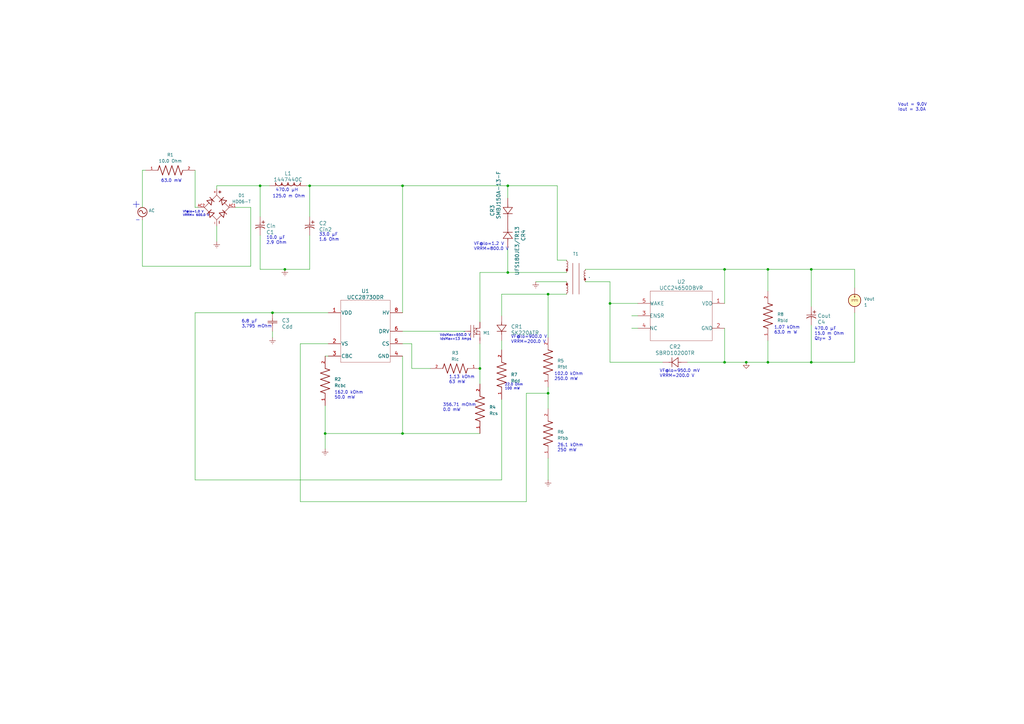
<source format=kicad_sch>
(kicad_sch (version 20230121) (generator eeschema)

  (uuid 5bc96906-5768-4921-b4b4-ceaa8b21f012)

  (paper "A3")

  (title_block
    (title "Mobile-Charger-Circuit_Design03")
    (date "2023-02-19")
    (rev "v03")
    (company "Tribe BNavi")
  )

  (lib_symbols
    (symbol "2023-02-19_11-39-01:1447440C" (pin_numbers hide) (pin_names (offset 1.651) hide) (in_bom yes) (on_board yes)
      (property "Reference" "L" (at 6.985 5.08 0)
        (effects (font (size 1.524 1.524)))
      )
      (property "Value" "1447440C" (at 6.985 -5.715 0)
        (effects (font (size 1.524 1.524)))
      )
      (property "Footprint" "1447440C_MUR" (at 6.985 -7.239 0)
        (effects (font (size 1.524 1.524)) hide)
      )
      (property "Datasheet" "" (at 0 0 0)
        (effects (font (size 1.524 1.524)))
      )
      (property "ki_locked" "" (at 0 0 0)
        (effects (font (size 1.27 1.27)))
      )
      (property "ki_fp_filters" "1447440C_MUR" (at 0 0 0)
        (effects (font (size 1.27 1.27)) hide)
      )
      (symbol "1447440C_1_1"
        (polyline
          (pts
            (xy 2.54 0)
            (xy 2.54 1.27)
          )
          (stroke (width 0.2032) (type solid))
          (fill (type none))
        )
        (polyline
          (pts
            (xy 5.08 0)
            (xy 5.08 1.27)
          )
          (stroke (width 0.2032) (type solid))
          (fill (type none))
        )
        (polyline
          (pts
            (xy 7.62 0)
            (xy 7.62 1.27)
          )
          (stroke (width 0.2032) (type solid))
          (fill (type none))
        )
        (polyline
          (pts
            (xy 10.16 0)
            (xy 10.16 1.27)
          )
          (stroke (width 0.2032) (type solid))
          (fill (type none))
        )
        (polyline
          (pts
            (xy 12.7 0)
            (xy 12.7 1.27)
          )
          (stroke (width 0.2032) (type solid))
          (fill (type none))
        )
        (arc (start 2.54 1.27) (mid 3.81 0.0055) (end 5.08 1.27)
          (stroke (width 0.254) (type solid))
          (fill (type none))
        )
        (arc (start 5.08 1.27) (mid 6.35 0.0055) (end 7.62 1.27)
          (stroke (width 0.254) (type solid))
          (fill (type none))
        )
        (arc (start 7.62 1.27) (mid 8.89 0.0055) (end 10.16 1.27)
          (stroke (width 0.254) (type solid))
          (fill (type none))
        )
        (arc (start 10.16 1.27) (mid 11.43 0.0055) (end 12.7 1.27)
          (stroke (width 0.254) (type solid))
          (fill (type none))
        )
        (pin unspecified line (at 15.24 0 180) (length 2.54)
          (name "1" (effects (font (size 1.4986 1.4986))))
          (number "1" (effects (font (size 1.4986 1.4986))))
        )
        (pin unspecified line (at 0 0 0) (length 2.54)
          (name "2" (effects (font (size 1.4986 1.4986))))
          (number "2" (effects (font (size 1.4986 1.4986))))
        )
      )
    )
    (symbol "2023-02-19_11-44-09:ESG106M400AH4AA" (pin_numbers hide) (pin_names (offset 1.651) hide) (in_bom yes) (on_board yes)
      (property "Reference" "C" (at 3.81 3.81 0)
        (effects (font (size 1.524 1.524)))
      )
      (property "Value" "ESG106M400AH4AA" (at 3.81 -7.62 0)
        (effects (font (size 1.524 1.524)))
      )
      (property "Footprint" "E-H4_KEM" (at 3.81 -9.144 0)
        (effects (font (size 1.524 1.524)) hide)
      )
      (property "Datasheet" "" (at 0 0 0)
        (effects (font (size 1.524 1.524)))
      )
      (property "ki_locked" "" (at 0 0 0)
        (effects (font (size 1.27 1.27)))
      )
      (property "ki_fp_filters" "E-H4_KEM" (at 0 0 0)
        (effects (font (size 1.27 1.27)) hide)
      )
      (symbol "ESG106M400AH4AA_1_1"
        (polyline
          (pts
            (xy 1.5748 1.27)
            (xy 2.8448 1.27)
          )
          (stroke (width 0.2032) (type solid))
          (fill (type none))
        )
        (polyline
          (pts
            (xy 2.2098 0.635)
            (xy 2.2098 1.905)
          )
          (stroke (width 0.2032) (type solid))
          (fill (type none))
        )
        (polyline
          (pts
            (xy 2.54 0)
            (xy 3.4798 0)
          )
          (stroke (width 0.2032) (type solid))
          (fill (type none))
        )
        (polyline
          (pts
            (xy 3.4798 -1.905)
            (xy 3.4798 1.905)
          )
          (stroke (width 0.2032) (type solid))
          (fill (type none))
        )
        (polyline
          (pts
            (xy 4.1148 0)
            (xy 5.08 0)
          )
          (stroke (width 0.2032) (type solid))
          (fill (type none))
        )
        (arc (start 4.7498 1.905) (mid 4.1148 0) (end 4.7498 -1.905)
          (stroke (width 0.254) (type solid))
          (fill (type none))
        )
        (pin unspecified line (at 0 0 0) (length 2.54)
          (name "1" (effects (font (size 1.4986 1.4986))))
          (number "1" (effects (font (size 1.4986 1.4986))))
        )
        (pin unspecified line (at 7.62 0 180) (length 2.54)
          (name "2" (effects (font (size 1.4986 1.4986))))
          (number "2" (effects (font (size 1.4986 1.4986))))
        )
      )
    )
    (symbol "2023-02-19_11-47-00:PEG124YJ2330QL1" (pin_numbers hide) (pin_names (offset 1.651) hide) (in_bom yes) (on_board yes)
      (property "Reference" "C" (at 3.81 3.81 0)
        (effects (font (size 1.524 1.524)))
      )
      (property "Value" "PEG124YJ2330QL1" (at 3.81 -7.62 0)
        (effects (font (size 1.524 1.524)))
      )
      (property "Footprint" "PEG124J_KEM" (at 3.81 -9.144 0)
        (effects (font (size 1.524 1.524)) hide)
      )
      (property "Datasheet" "" (at 0 0 0)
        (effects (font (size 1.524 1.524)))
      )
      (property "ki_locked" "" (at 0 0 0)
        (effects (font (size 1.27 1.27)))
      )
      (property "ki_fp_filters" "PEG124J_KEM" (at 0 0 0)
        (effects (font (size 1.27 1.27)) hide)
      )
      (symbol "PEG124YJ2330QL1_1_1"
        (polyline
          (pts
            (xy 1.5748 1.27)
            (xy 2.8448 1.27)
          )
          (stroke (width 0.2032) (type solid))
          (fill (type none))
        )
        (polyline
          (pts
            (xy 2.2098 0.635)
            (xy 2.2098 1.905)
          )
          (stroke (width 0.2032) (type solid))
          (fill (type none))
        )
        (polyline
          (pts
            (xy 2.54 0)
            (xy 3.4798 0)
          )
          (stroke (width 0.2032) (type solid))
          (fill (type none))
        )
        (polyline
          (pts
            (xy 3.4798 -1.905)
            (xy 3.4798 1.905)
          )
          (stroke (width 0.2032) (type solid))
          (fill (type none))
        )
        (polyline
          (pts
            (xy 4.1148 0)
            (xy 5.08 0)
          )
          (stroke (width 0.2032) (type solid))
          (fill (type none))
        )
        (arc (start 4.7498 1.905) (mid 4.1148 0) (end 4.7498 -1.905)
          (stroke (width 0.254) (type solid))
          (fill (type none))
        )
        (pin unspecified line (at 0 0 0) (length 2.54)
          (name "1" (effects (font (size 1.4986 1.4986))))
          (number "1" (effects (font (size 1.4986 1.4986))))
        )
        (pin unspecified line (at 7.62 0 180) (length 2.54)
          (name "2" (effects (font (size 1.4986 1.4986))))
          (number "2" (effects (font (size 1.4986 1.4986))))
        )
      )
    )
    (symbol "2023-02-19_11-59-10:UCC28730DR" (pin_names (offset 0.254)) (in_bom yes) (on_board yes)
      (property "Reference" "U" (at 0 2.54 0)
        (effects (font (size 1.524 1.524)))
      )
      (property "Value" "UCC28730DR" (at 0 0 0)
        (effects (font (size 1.524 1.524)))
      )
      (property "Footprint" "D0007A_N" (at 0 -1.524 0)
        (effects (font (size 1.524 1.524)) hide)
      )
      (property "Datasheet" "" (at 0 0 0)
        (effects (font (size 1.524 1.524)))
      )
      (property "ki_locked" "" (at 0 0 0)
        (effects (font (size 1.27 1.27)))
      )
      (property "ki_fp_filters" "D0007A_N D0007A_M D0007A_L" (at 0 0 0)
        (effects (font (size 1.27 1.27)) hide)
      )
      (symbol "UCC28730DR_1_1"
        (polyline
          (pts
            (xy -10.16 -12.7)
            (xy 10.16 -12.7)
          )
          (stroke (width 0.1016) (type solid))
          (fill (type none))
        )
        (polyline
          (pts
            (xy -10.16 12.7)
            (xy -10.16 -12.7)
          )
          (stroke (width 0.1016) (type solid))
          (fill (type none))
        )
        (polyline
          (pts
            (xy 10.16 -12.7)
            (xy 10.16 12.7)
          )
          (stroke (width 0.1016) (type solid))
          (fill (type none))
        )
        (polyline
          (pts
            (xy 10.16 12.7)
            (xy -10.16 12.7)
          )
          (stroke (width 0.1016) (type solid))
          (fill (type none))
        )
        (pin power_in line (at -15.24 7.62 0) (length 5.08)
          (name "VDD" (effects (font (size 1.4986 1.4986))))
          (number "1" (effects (font (size 1.4986 1.4986))))
        )
        (pin input line (at -15.24 -5.08 0) (length 5.08)
          (name "VS" (effects (font (size 1.4986 1.4986))))
          (number "2" (effects (font (size 1.4986 1.4986))))
        )
        (pin input line (at -15.24 -10.16 0) (length 5.08)
          (name "CBC" (effects (font (size 1.4986 1.4986))))
          (number "3" (effects (font (size 1.4986 1.4986))))
        )
        (pin power_in line (at 15.24 -10.16 180) (length 5.08)
          (name "GND" (effects (font (size 1.4986 1.4986))))
          (number "4" (effects (font (size 1.4986 1.4986))))
        )
        (pin input line (at 15.24 -5.08 180) (length 5.08)
          (name "CS" (effects (font (size 1.4986 1.4986))))
          (number "5" (effects (font (size 1.4986 1.4986))))
        )
        (pin power_in line (at 15.24 0 180) (length 5.08)
          (name "DRV" (effects (font (size 1.4986 1.4986))))
          (number "6" (effects (font (size 1.4986 1.4986))))
        )
        (pin power_in line (at 15.24 7.62 180) (length 5.08)
          (name "HV" (effects (font (size 1.4986 1.4986))))
          (number "8" (effects (font (size 1.4986 1.4986))))
        )
      )
    )
    (symbol "2023-02-19_12-44-11:C2012X5R1V685K125AC" (pin_numbers hide) (pin_names (offset 1.651) hide) (in_bom yes) (on_board yes)
      (property "Reference" "C" (at 3.81 3.81 0)
        (effects (font (size 1.524 1.524)))
      )
      (property "Value" "C2012X5R1V685K125AC" (at 3.81 -7.62 0)
        (effects (font (size 1.524 1.524)))
      )
      (property "Footprint" "CAP_2012_TDK" (at 3.81 -9.144 0)
        (effects (font (size 1.524 1.524)) hide)
      )
      (property "Datasheet" "" (at 0 0 0)
        (effects (font (size 1.524 1.524)))
      )
      (property "ki_locked" "" (at 0 0 0)
        (effects (font (size 1.27 1.27)))
      )
      (property "ki_fp_filters" "CAP_2012_TDK CAP_2012_TDK-M CAP_2012_TDK-L" (at 0 0 0)
        (effects (font (size 1.27 1.27)) hide)
      )
      (symbol "C2012X5R1V685K125AC_1_1"
        (polyline
          (pts
            (xy 2.54 0)
            (xy 3.4798 0)
          )
          (stroke (width 0.2032) (type solid))
          (fill (type none))
        )
        (polyline
          (pts
            (xy 3.4798 -1.905)
            (xy 3.4798 1.905)
          )
          (stroke (width 0.2032) (type solid))
          (fill (type none))
        )
        (polyline
          (pts
            (xy 4.1148 -1.905)
            (xy 4.1148 1.905)
          )
          (stroke (width 0.2032) (type solid))
          (fill (type none))
        )
        (polyline
          (pts
            (xy 4.1148 0)
            (xy 5.08 0)
          )
          (stroke (width 0.2032) (type solid))
          (fill (type none))
        )
        (pin unspecified line (at 0 0 0) (length 2.54)
          (name "1" (effects (font (size 1.4986 1.4986))))
          (number "1" (effects (font (size 1.4986 1.4986))))
        )
        (pin unspecified line (at 7.62 0 180) (length 2.54)
          (name "2" (effects (font (size 1.4986 1.4986))))
          (number "2" (effects (font (size 1.4986 1.4986))))
        )
      )
    )
    (symbol "2023-02-19_13-51-20:SK220ATR" (pin_numbers hide) (pin_names (offset -1.651) hide) (in_bom yes) (on_board yes)
      (property "Reference" "CR" (at 5.08 4.445 0)
        (effects (font (size 1.524 1.524)))
      )
      (property "Value" "SK220ATR" (at 5.08 -7.62 0)
        (effects (font (size 1.524 1.524)))
      )
      (property "Footprint" "DIODE_SK220ATR_SMC" (at 5.08 -9.144 0)
        (effects (font (size 1.524 1.524)) hide)
      )
      (property "Datasheet" "" (at 0 0 0)
        (effects (font (size 1.524 1.524)))
      )
      (property "ki_locked" "" (at 0 0 0)
        (effects (font (size 1.27 1.27)))
      )
      (property "ki_fp_filters" "DIODE_SK220ATR_SMC DIODE_SK220ATR_SMC-M DIODE_SK220ATR_SMC-L" (at 0 0 0)
        (effects (font (size 1.27 1.27)) hide)
      )
      (symbol "SK220ATR_1_1"
        (polyline
          (pts
            (xy 2.54 0)
            (xy 3.4798 0)
          )
          (stroke (width 0.2032) (type solid))
          (fill (type none))
        )
        (polyline
          (pts
            (xy 3.175 0)
            (xy 3.81 0)
          )
          (stroke (width 0.2032) (type solid))
          (fill (type none))
        )
        (polyline
          (pts
            (xy 3.81 -1.905)
            (xy 6.35 0)
          )
          (stroke (width 0.2032) (type solid))
          (fill (type none))
        )
        (polyline
          (pts
            (xy 3.81 1.905)
            (xy 3.81 -1.905)
          )
          (stroke (width 0.2032) (type solid))
          (fill (type none))
        )
        (polyline
          (pts
            (xy 6.35 -1.905)
            (xy 6.35 1.905)
          )
          (stroke (width 0.2032) (type solid))
          (fill (type none))
        )
        (polyline
          (pts
            (xy 6.35 0)
            (xy 3.81 1.905)
          )
          (stroke (width 0.2032) (type solid))
          (fill (type none))
        )
        (polyline
          (pts
            (xy 6.35 0)
            (xy 7.62 0)
          )
          (stroke (width 0.2032) (type solid))
          (fill (type none))
        )
        (pin unspecified line (at 10.16 0 180) (length 2.54)
          (name "1" (effects (font (size 1.4986 1.4986))))
          (number "1" (effects (font (size 1.4986 1.4986))))
        )
        (pin unspecified line (at 0 0 0) (length 2.54)
          (name "2" (effects (font (size 1.4986 1.4986))))
          (number "2" (effects (font (size 1.4986 1.4986))))
        )
      )
    )
    (symbol "2023-02-19_14-00-38:UCC24650DBVR" (pin_names (offset -0.254)) (in_bom yes) (on_board yes)
      (property "Reference" "U" (at 0 2.54 0)
        (effects (font (size 1.524 1.524)))
      )
      (property "Value" "UCC24650DBVR" (at 0 0 0)
        (effects (font (size 1.524 1.524)))
      )
      (property "Footprint" "DBV0005A_N" (at 0 -1.524 0)
        (effects (font (size 1.524 1.524)) hide)
      )
      (property "Datasheet" "" (at 0 0 0)
        (effects (font (size 1.524 1.524)))
      )
      (property "ki_locked" "" (at 0 0 0)
        (effects (font (size 1.27 1.27)))
      )
      (property "ki_fp_filters" "DBV0005A_N DBV0005A_M DBV0005A_L" (at 0 0 0)
        (effects (font (size 1.27 1.27)) hide)
      )
      (symbol "UCC24650DBVR_1_1"
        (polyline
          (pts
            (xy -12.7 -10.16)
            (xy 12.7 -10.16)
          )
          (stroke (width 0.1016) (type solid))
          (fill (type none))
        )
        (polyline
          (pts
            (xy -12.7 10.16)
            (xy -12.7 -10.16)
          )
          (stroke (width 0.1016) (type solid))
          (fill (type none))
        )
        (polyline
          (pts
            (xy 12.7 -10.16)
            (xy 12.7 10.16)
          )
          (stroke (width 0.1016) (type solid))
          (fill (type none))
        )
        (polyline
          (pts
            (xy 12.7 10.16)
            (xy -12.7 10.16)
          )
          (stroke (width 0.1016) (type solid))
          (fill (type none))
        )
        (pin power_in line (at 17.78 5.08 180) (length 5.08)
          (name "VDD" (effects (font (size 1.4986 1.4986))))
          (number "1" (effects (font (size 1.4986 1.4986))))
        )
        (pin power_in line (at 17.78 -5.08 180) (length 5.08)
          (name "GND" (effects (font (size 1.4986 1.4986))))
          (number "2" (effects (font (size 1.4986 1.4986))))
        )
        (pin output line (at -17.78 0 0) (length 5.08)
          (name "ENSR" (effects (font (size 1.4986 1.4986))))
          (number "3" (effects (font (size 1.4986 1.4986))))
        )
        (pin unspecified line (at -17.78 -5.08 0) (length 5.08)
          (name "NC" (effects (font (size 1.4986 1.4986))))
          (number "4" (effects (font (size 1.4986 1.4986))))
        )
        (pin bidirectional line (at -17.78 5.08 0) (length 5.08)
          (name "WAKE" (effects (font (size 1.4986 1.4986))))
          (number "5" (effects (font (size 1.4986 1.4986))))
        )
      )
    )
    (symbol "CRCW04021K07FKED:CRCW04021K07FKED" (pin_names (offset 1.016)) (in_bom yes) (on_board yes)
      (property "Reference" "R" (at -7.6244 2.5415 0)
        (effects (font (size 1.27 1.27)) (justify left bottom))
      )
      (property "Value" "CRCW04021K07FKED" (at -7.63 -5.0866 0)
        (effects (font (size 1.27 1.27)) (justify left bottom))
      )
      (property "Footprint" "RESC1005X40N" (at 0 0 0)
        (effects (font (size 1.27 1.27)) (justify bottom) hide)
      )
      (property "Datasheet" "" (at 0 0 0)
        (effects (font (size 1.27 1.27)) hide)
      )
      (symbol "CRCW04021K07FKED_0_0"
        (polyline
          (pts
            (xy -5.08 0)
            (xy -4.445 1.905)
          )
          (stroke (width 0.254) (type default))
          (fill (type none))
        )
        (polyline
          (pts
            (xy -4.445 1.905)
            (xy -3.175 -1.905)
          )
          (stroke (width 0.254) (type default))
          (fill (type none))
        )
        (polyline
          (pts
            (xy -3.175 -1.905)
            (xy -1.905 1.905)
          )
          (stroke (width 0.254) (type default))
          (fill (type none))
        )
        (polyline
          (pts
            (xy -1.905 1.905)
            (xy -0.635 -1.905)
          )
          (stroke (width 0.254) (type default))
          (fill (type none))
        )
        (polyline
          (pts
            (xy -0.635 -1.905)
            (xy 0.635 1.905)
          )
          (stroke (width 0.254) (type default))
          (fill (type none))
        )
        (polyline
          (pts
            (xy 0.635 1.905)
            (xy 1.905 -1.905)
          )
          (stroke (width 0.254) (type default))
          (fill (type none))
        )
        (polyline
          (pts
            (xy 1.905 -1.905)
            (xy 3.175 1.905)
          )
          (stroke (width 0.254) (type default))
          (fill (type none))
        )
        (polyline
          (pts
            (xy 3.175 1.905)
            (xy 4.445 -1.905)
          )
          (stroke (width 0.254) (type default))
          (fill (type none))
        )
        (polyline
          (pts
            (xy 4.445 -1.905)
            (xy 5.08 0)
          )
          (stroke (width 0.254) (type default))
          (fill (type none))
        )
        (pin passive line (at -10.16 0 0) (length 5.08)
          (name "~" (effects (font (size 1.016 1.016))))
          (number "1" (effects (font (size 1.016 1.016))))
        )
        (pin passive line (at 10.16 0 180) (length 5.08)
          (name "~" (effects (font (size 1.016 1.016))))
          (number "2" (effects (font (size 1.016 1.016))))
        )
      )
    )
    (symbol "Device:L" (pin_numbers hide) (pin_names (offset 1.016) hide) (in_bom yes) (on_board yes)
      (property "Reference" "L" (at -1.27 0 90)
        (effects (font (size 1.27 1.27)))
      )
      (property "Value" "T1" (at 0 5.08 0)
        (effects (font (size 1.27 1.27)))
      )
      (property "Footprint" "" (at 0 0 0)
        (effects (font (size 1.27 1.27)) hide)
      )
      (property "Datasheet" "~" (at 0 0 0)
        (effects (font (size 1.27 1.27)) hide)
      )
      (property "ki_keywords" "inductor choke coil reactor magnetic" (at 0 0 0)
        (effects (font (size 1.27 1.27)) hide)
      )
      (property "ki_description" "Inductor" (at 0 0 0)
        (effects (font (size 1.27 1.27)) hide)
      )
      (property "ki_fp_filters" "Choke_* *Coil* Inductor_* L_*" (at 0 0 0)
        (effects (font (size 1.27 1.27)) hide)
      )
      (symbol "L_0_1"
        (arc (start 0 -12.192) (mid 0.5058 -11.684) (end 0 -11.176)
          (stroke (width 0) (type default))
          (fill (type none))
        )
        (arc (start 0 -11.176) (mid 0.5058 -10.668) (end 0 -10.16)
          (stroke (width 0) (type default))
          (fill (type none))
        )
        (arc (start 0 -10.16) (mid 0.5058 -9.652) (end 0 -9.144)
          (stroke (width 0) (type default))
          (fill (type none))
        )
        (arc (start 0 -9.144) (mid 0.5058 -8.636) (end 0 -8.128)
          (stroke (width 0) (type default))
          (fill (type none))
        )
        (circle (center 0 -8.636) (radius 0.254)
          (stroke (width 0) (type default))
          (fill (type outline))
        )
        (arc (start 0 -3.302) (mid 0.5058 -2.794) (end 0 -2.286)
          (stroke (width 0) (type default))
          (fill (type none))
        )
        (circle (center 0 -2.794) (radius 0.254)
          (stroke (width 0) (type default))
          (fill (type outline))
        )
        (arc (start 0 -2.286) (mid 0.5058 -1.778) (end 0 -1.27)
          (stroke (width 0) (type default))
          (fill (type none))
        )
        (arc (start 0 -1.27) (mid 0.5058 -0.762) (end 0 -0.254)
          (stroke (width 0) (type default))
          (fill (type none))
        )
        (arc (start 0 -0.254) (mid 0.5058 0.254) (end 0 0.762)
          (stroke (width 0) (type default))
          (fill (type none))
        )
        (polyline
          (pts
            (xy 2.54 0)
            (xy 2.54 -12.7)
          )
          (stroke (width 0) (type default))
          (fill (type none))
        )
        (polyline
          (pts
            (xy 5.08 0)
            (xy 5.08 -12.7)
          )
          (stroke (width 0) (type default))
          (fill (type none))
        )
        (circle (center 7.62 -6.604) (radius 0.254)
          (stroke (width 0) (type default))
          (fill (type outline))
        )
        (arc (start 7.62 -6.096) (mid 7.114 -6.604) (end 7.62 -7.112)
          (stroke (width 0) (type default))
          (fill (type none))
        )
        (arc (start 7.62 -5.08) (mid 7.114 -5.588) (end 7.62 -6.096)
          (stroke (width 0) (type default))
          (fill (type none))
        )
        (arc (start 7.62 -4.064) (mid 7.114 -4.572) (end 7.62 -5.08)
          (stroke (width 0) (type default))
          (fill (type none))
        )
        (arc (start 7.62 -3.048) (mid 7.114 -3.556) (end 7.62 -4.064)
          (stroke (width 0) (type default))
          (fill (type none))
        )
      )
      (symbol "L_1_1"
        (pin passive line (at 0 -3.81 90) (length 0.508)
          (name "1" (effects (font (size 1.27 1.27))))
          (number "1" (effects (font (size 1.27 1.27))))
        )
        (pin passive line (at 0 1.27 270) (length 0.508)
          (name "2" (effects (font (size 1.27 1.27))))
          (number "2" (effects (font (size 1.27 1.27))))
        )
        (pin passive line (at 0 -7.62 270) (length 0.508)
          (name "3" (effects (font (size 1.27 1.27))))
          (number "3" (effects (font (size 1.27 1.27))))
        )
        (pin passive line (at 0 -12.7 90) (length 0.508)
          (name "4" (effects (font (size 1.27 1.27))))
          (number "4" (effects (font (size 1.27 1.27))))
        )
        (pin passive line (at 7.62 -7.62 90) (length 0.508)
          (name "4" (effects (font (size 1.27 1.27))))
          (number "4" (effects (font (size 1.27 1.27))))
        )
        (pin passive line (at 7.62 -2.54 270) (length 0.508)
          (name "4" (effects (font (size 1.27 1.27))))
          (number "4" (effects (font (size 1.27 1.27))))
        )
      )
    )
    (symbol "HD06-T:HD06-T" (pin_names (offset 1.016)) (in_bom yes) (on_board yes)
      (property "Reference" "D" (at 5.08 5.08 0)
        (effects (font (size 1.27 1.27)) (justify left bottom))
      )
      (property "Value" "HD06-T" (at 5.08 -7.62 0)
        (effects (font (size 1.27 1.27)) (justify left bottom))
      )
      (property "Footprint" "DIOB_HD06-T" (at 0 0 0)
        (effects (font (size 1.27 1.27)) (justify bottom) hide)
      )
      (property "Datasheet" "" (at 0 0 0)
        (effects (font (size 1.27 1.27)) hide)
      )
      (property "STANDARD" "Manufacturer Recommendations" (at 0 0 0)
        (effects (font (size 1.27 1.27)) (justify bottom) hide)
      )
      (property "PARTREV" "16-3" (at 0 0 0)
        (effects (font (size 1.27 1.27)) (justify bottom) hide)
      )
      (property "MANUFACTURER" "Diodes" (at 0 0 0)
        (effects (font (size 1.27 1.27)) (justify bottom) hide)
      )
      (property "MAXIMUM_PACKAGE_HEIGHT" "3mm" (at 0 0 0)
        (effects (font (size 1.27 1.27)) (justify bottom) hide)
      )
      (symbol "HD06-T_0_0"
        (polyline
          (pts
            (xy -6.858 1.27)
            (xy -5.842 1.27)
          )
          (stroke (width 0.254) (type default))
          (fill (type none))
        )
        (polyline
          (pts
            (xy -6.35 0.762)
            (xy -6.35 1.778)
          )
          (stroke (width 0.254) (type default))
          (fill (type none))
        )
        (polyline
          (pts
            (xy -5.08 0)
            (xy -3.175 -1.905)
          )
          (stroke (width 0.1524) (type default))
          (fill (type none))
        )
        (polyline
          (pts
            (xy -3.175 -1.905)
            (xy -2.794 -4.064)
          )
          (stroke (width 0.254) (type default))
          (fill (type none))
        )
        (polyline
          (pts
            (xy -3.175 -1.905)
            (xy -1.016 -2.286)
          )
          (stroke (width 0.254) (type default))
          (fill (type none))
        )
        (polyline
          (pts
            (xy -3.175 1.905)
            (xy -5.08 0)
          )
          (stroke (width 0.1524) (type default))
          (fill (type none))
        )
        (polyline
          (pts
            (xy -3.175 1.905)
            (xy -2.794 4.064)
          )
          (stroke (width 0.254) (type default))
          (fill (type none))
        )
        (polyline
          (pts
            (xy -3.175 1.905)
            (xy -1.016 2.286)
          )
          (stroke (width 0.254) (type default))
          (fill (type none))
        )
        (polyline
          (pts
            (xy -2.3622 -1.0668)
            (xy -4.1402 -2.8448)
          )
          (stroke (width 0.254) (type default))
          (fill (type none))
        )
        (polyline
          (pts
            (xy -2.3622 1.016)
            (xy -4.1402 2.794)
          )
          (stroke (width 0.254) (type default))
          (fill (type none))
        )
        (polyline
          (pts
            (xy -1.016 -2.286)
            (xy -2.794 -4.064)
          )
          (stroke (width 0.254) (type default))
          (fill (type none))
        )
        (polyline
          (pts
            (xy -1.016 2.286)
            (xy -2.794 4.064)
          )
          (stroke (width 0.254) (type default))
          (fill (type none))
        )
        (polyline
          (pts
            (xy 0 -5.08)
            (xy -1.8034 -3.2766)
          )
          (stroke (width 0.1524) (type default))
          (fill (type none))
        )
        (polyline
          (pts
            (xy 0 -5.08)
            (xy 1.905 -3.175)
          )
          (stroke (width 0.1524) (type default))
          (fill (type none))
        )
        (polyline
          (pts
            (xy 0 5.08)
            (xy -1.8034 3.2766)
          )
          (stroke (width 0.1524) (type default))
          (fill (type none))
        )
        (polyline
          (pts
            (xy 1.905 -3.175)
            (xy 2.286 -1.016)
          )
          (stroke (width 0.254) (type default))
          (fill (type none))
        )
        (polyline
          (pts
            (xy 1.905 -3.175)
            (xy 4.064 -2.794)
          )
          (stroke (width 0.254) (type default))
          (fill (type none))
        )
        (polyline
          (pts
            (xy 1.905 3.175)
            (xy 0 5.08)
          )
          (stroke (width 0.1524) (type default))
          (fill (type none))
        )
        (polyline
          (pts
            (xy 1.905 3.175)
            (xy 2.286 1.016)
          )
          (stroke (width 0.254) (type default))
          (fill (type none))
        )
        (polyline
          (pts
            (xy 1.905 3.175)
            (xy 4.064 2.794)
          )
          (stroke (width 0.254) (type default))
          (fill (type none))
        )
        (polyline
          (pts
            (xy 2.7178 -4.0386)
            (xy 0.9398 -2.2606)
          )
          (stroke (width 0.254) (type default))
          (fill (type none))
        )
        (polyline
          (pts
            (xy 2.7178 4.0386)
            (xy 1.0668 2.3876)
          )
          (stroke (width 0.254) (type default))
          (fill (type none))
        )
        (polyline
          (pts
            (xy 3.2766 -1.8034)
            (xy 5.08 0)
          )
          (stroke (width 0.1524) (type default))
          (fill (type none))
        )
        (polyline
          (pts
            (xy 4.064 -2.794)
            (xy 2.286 -1.016)
          )
          (stroke (width 0.254) (type default))
          (fill (type none))
        )
        (polyline
          (pts
            (xy 4.064 2.794)
            (xy 2.286 1.016)
          )
          (stroke (width 0.254) (type default))
          (fill (type none))
        )
        (polyline
          (pts
            (xy 5.08 0)
            (xy 3.2766 1.8034)
          )
          (stroke (width 0.1524) (type default))
          (fill (type none))
        )
        (polyline
          (pts
            (xy 5.588 1.016)
            (xy 6.604 1.016)
          )
          (stroke (width 0.254) (type default))
          (fill (type none))
        )
        (pin passive line (at -7.62 0 0) (length 2.54)
          (name "~" (effects (font (size 1.016 1.016))))
          (number "+" (effects (font (size 1.016 1.016))))
        )
        (pin passive line (at 7.62 0 180) (length 2.54)
          (name "~" (effects (font (size 1.016 1.016))))
          (number "-" (effects (font (size 1.016 1.016))))
        )
        (pin passive line (at 0 7.62 270) (length 2.54)
          (name "~" (effects (font (size 1.016 1.016))))
          (number "AC1" (effects (font (size 1.016 1.016))))
        )
        (pin passive line (at 0 -7.62 90) (length 2.54)
          (name "~" (effects (font (size 1.016 1.016))))
          (number "AC2" (effects (font (size 1.016 1.016))))
        )
      )
    )
    (symbol "New_Library:M1" (in_bom yes) (on_board yes)
      (property "Reference" "U" (at 0 0 0)
        (effects (font (size 1.27 1.27)))
      )
      (property "Value" "" (at 0 0 0)
        (effects (font (size 1.27 1.27)))
      )
      (property "Footprint" "" (at 0 0 0)
        (effects (font (size 1.27 1.27)) hide)
      )
      (property "Datasheet" "" (at 0 0 0)
        (effects (font (size 1.27 1.27)) hide)
      )
      (symbol "M1_0_1"
        (polyline
          (pts
            (xy 2.54 0)
            (xy 1.27 0)
          )
          (stroke (width 0) (type default))
          (fill (type none))
        )
        (polyline
          (pts
            (xy 2.54 2.54)
            (xy 2.54 -2.54)
          )
          (stroke (width 0) (type default))
          (fill (type none))
        )
        (polyline
          (pts
            (xy 3.81 -1.27)
            (xy 6.35 -1.27)
          )
          (stroke (width 0) (type default))
          (fill (type none))
        )
        (polyline
          (pts
            (xy 3.81 2.54)
            (xy 3.81 -2.54)
          )
          (stroke (width 0) (type default))
          (fill (type none))
        )
        (polyline
          (pts
            (xy 3.81 1.27)
            (xy 6.35 1.27)
            (xy 6.35 3.81)
          )
          (stroke (width 0) (type default))
          (fill (type none))
        )
        (polyline
          (pts
            (xy 3.81 0)
            (xy 5.08 1.27)
            (xy 5.08 -1.27)
            (xy 3.81 0)
          )
          (stroke (width 0) (type default))
          (fill (type none))
        )
        (polyline
          (pts
            (xy 5.08 0)
            (xy 6.35 0)
            (xy 6.35 -2.54)
            (xy 6.35 -3.81)
          )
          (stroke (width 0) (type default))
          (fill (type none))
        )
      )
      (symbol "M1_1_1"
        (pin input line (at 0 0 0) (length 2.54)
          (name "" (effects (font (size 1.27 1.27))))
          (number "" (effects (font (size 1.27 1.27))))
        )
        (pin input line (at 6.35 -5.08 90) (length 2.54)
          (name "" (effects (font (size 1.27 1.27))))
          (number "" (effects (font (size 1.27 1.27))))
        )
        (pin input line (at 6.35 3.81 270) (length 2.54)
          (name "" (effects (font (size 1.27 1.27))))
          (number "" (effects (font (size 1.27 1.27))))
        )
      )
    )
    (symbol "Simulation_SPICE:IDC" (pin_numbers hide) (pin_names (offset 0.0254)) (in_bom yes) (on_board yes)
      (property "Reference" "I" (at 2.54 2.54 0)
        (effects (font (size 1.27 1.27)) (justify left))
      )
      (property "Value" "1" (at 2.54 0 0)
        (effects (font (size 1.27 1.27)) (justify left))
      )
      (property "Footprint" "" (at 0 0 0)
        (effects (font (size 1.27 1.27)) hide)
      )
      (property "Datasheet" "~" (at 0 0 0)
        (effects (font (size 1.27 1.27)) hide)
      )
      (property "Sim.Pins" "1=+ 2=-" (at 0 0 0)
        (effects (font (size 1.27 1.27)) hide)
      )
      (property "Sim.Type" "DC" (at 0 0 0)
        (effects (font (size 1.27 1.27)) hide)
      )
      (property "Sim.Device" "I" (at 0 0 0)
        (effects (font (size 1.27 1.27)) hide)
      )
      (property "ki_keywords" "simulation" (at 0 0 0)
        (effects (font (size 1.27 1.27)) hide)
      )
      (property "ki_description" "Current source, DC" (at 0 0 0)
        (effects (font (size 1.27 1.27)) hide)
      )
      (symbol "IDC_0_0"
        (polyline
          (pts
            (xy -1.27 0.254)
            (xy 1.27 0.254)
          )
          (stroke (width 0) (type default))
          (fill (type none))
        )
        (polyline
          (pts
            (xy -0.762 -0.254)
            (xy -1.27 -0.254)
          )
          (stroke (width 0) (type default))
          (fill (type none))
        )
        (polyline
          (pts
            (xy 0.254 -0.254)
            (xy -0.254 -0.254)
          )
          (stroke (width 0) (type default))
          (fill (type none))
        )
        (polyline
          (pts
            (xy 1.27 -0.254)
            (xy 0.762 -0.254)
          )
          (stroke (width 0) (type default))
          (fill (type none))
        )
      )
      (symbol "IDC_0_1"
        (polyline
          (pts
            (xy 0 1.27)
            (xy 0 2.286)
          )
          (stroke (width 0) (type default))
          (fill (type none))
        )
        (polyline
          (pts
            (xy -0.254 1.778)
            (xy 0 1.27)
            (xy 0.254 1.778)
          )
          (stroke (width 0) (type default))
          (fill (type none))
        )
        (circle (center 0 0) (radius 2.54)
          (stroke (width 0.254) (type default))
          (fill (type background))
        )
      )
      (symbol "IDC_1_1"
        (pin passive line (at 0 5.08 270) (length 2.54)
          (name "~" (effects (font (size 1.27 1.27))))
          (number "1" (effects (font (size 1.27 1.27))))
        )
        (pin passive line (at 0 -5.08 90) (length 2.54)
          (name "~" (effects (font (size 1.27 1.27))))
          (number "2" (effects (font (size 1.27 1.27))))
        )
      )
    )
    (symbol "power:AC" (power) (pin_names (offset 0)) (in_bom yes) (on_board yes)
      (property "Reference" "#PWR" (at 0 -2.54 0)
        (effects (font (size 1.27 1.27)) hide)
      )
      (property "Value" "AC" (at 0 6.35 0)
        (effects (font (size 1.27 1.27)))
      )
      (property "Footprint" "" (at 0 0 0)
        (effects (font (size 1.27 1.27)) hide)
      )
      (property "Datasheet" "" (at 0 0 0)
        (effects (font (size 1.27 1.27)) hide)
      )
      (property "ki_keywords" "global power" (at 0 0 0)
        (effects (font (size 1.27 1.27)) hide)
      )
      (property "ki_description" "Power symbol creates a global label with name \"AC\"" (at 0 0 0)
        (effects (font (size 1.27 1.27)) hide)
      )
      (symbol "AC_0_1"
        (polyline
          (pts
            (xy 0 0)
            (xy 0 1.27)
          )
          (stroke (width 0) (type default))
          (fill (type none))
        )
        (arc (start 0 3.175) (mid -0.635 3.8073) (end -1.27 3.175)
          (stroke (width 0.254) (type default))
          (fill (type none))
        )
        (arc (start 0 3.175) (mid 0.635 2.5427) (end 1.27 3.175)
          (stroke (width 0.254) (type default))
          (fill (type none))
        )
        (circle (center 0 3.175) (radius 1.905)
          (stroke (width 0.254) (type default))
          (fill (type none))
        )
      )
      (symbol "AC_1_1"
        (pin power_in line (at 0 0 90) (length 0) hide
          (name "AC" (effects (font (size 1.27 1.27))))
          (number "1" (effects (font (size 1.27 1.27))))
        )
      )
    )
    (symbol "power:Earth" (power) (pin_names (offset 0)) (in_bom yes) (on_board yes)
      (property "Reference" "#PWR" (at 0 -6.35 0)
        (effects (font (size 1.27 1.27)) hide)
      )
      (property "Value" "Earth" (at 0 -3.81 0)
        (effects (font (size 1.27 1.27)) hide)
      )
      (property "Footprint" "" (at 0 0 0)
        (effects (font (size 1.27 1.27)) hide)
      )
      (property "Datasheet" "~" (at 0 0 0)
        (effects (font (size 1.27 1.27)) hide)
      )
      (property "ki_keywords" "global ground gnd" (at 0 0 0)
        (effects (font (size 1.27 1.27)) hide)
      )
      (property "ki_description" "Power symbol creates a global label with name \"Earth\"" (at 0 0 0)
        (effects (font (size 1.27 1.27)) hide)
      )
      (symbol "Earth_0_1"
        (polyline
          (pts
            (xy -0.635 -1.905)
            (xy 0.635 -1.905)
          )
          (stroke (width 0) (type default))
          (fill (type none))
        )
        (polyline
          (pts
            (xy -0.127 -2.54)
            (xy 0.127 -2.54)
          )
          (stroke (width 0) (type default))
          (fill (type none))
        )
        (polyline
          (pts
            (xy 0 -1.27)
            (xy 0 0)
          )
          (stroke (width 0) (type default))
          (fill (type none))
        )
        (polyline
          (pts
            (xy 1.27 -1.27)
            (xy -1.27 -1.27)
          )
          (stroke (width 0) (type default))
          (fill (type none))
        )
      )
      (symbol "Earth_1_1"
        (pin power_in line (at 0 0 270) (length 0) hide
          (name "Earth" (effects (font (size 1.27 1.27))))
          (number "1" (effects (font (size 1.27 1.27))))
        )
      )
    )
    (symbol "power:GND" (power) (pin_names (offset 0)) (in_bom yes) (on_board yes)
      (property "Reference" "#PWR" (at 0 -6.35 0)
        (effects (font (size 1.27 1.27)) hide)
      )
      (property "Value" "GND" (at 0 -3.81 0)
        (effects (font (size 1.27 1.27)))
      )
      (property "Footprint" "" (at 0 0 0)
        (effects (font (size 1.27 1.27)) hide)
      )
      (property "Datasheet" "" (at 0 0 0)
        (effects (font (size 1.27 1.27)) hide)
      )
      (property "ki_keywords" "global power" (at 0 0 0)
        (effects (font (size 1.27 1.27)) hide)
      )
      (property "ki_description" "Power symbol creates a global label with name \"GND\" , ground" (at 0 0 0)
        (effects (font (size 1.27 1.27)) hide)
      )
      (symbol "GND_0_1"
        (polyline
          (pts
            (xy 0 0)
            (xy 0 -1.27)
            (xy 1.27 -1.27)
            (xy 0 -2.54)
            (xy -1.27 -1.27)
            (xy 0 -1.27)
          )
          (stroke (width 0) (type default))
          (fill (type none))
        )
      )
      (symbol "GND_1_1"
        (pin power_in line (at 0 0 270) (length 0) hide
          (name "GND" (effects (font (size 1.27 1.27))))
          (number "1" (effects (font (size 1.27 1.27))))
        )
      )
    )
  )

  (junction (at 314.96 110.49) (diameter 0) (color 0 0 0 0)
    (uuid 11c58271-16b3-4518-ba03-82615f8eb2ed)
  )
  (junction (at 224.79 161.29) (diameter 0) (color 0 0 0 0)
    (uuid 37a78004-9ff6-46c4-b5e3-b1b0faffa1e3)
  )
  (junction (at 208.28 76.2) (diameter 0) (color 0 0 0 0)
    (uuid 3c007a80-d778-4c57-8af2-c52e3b5f0bf0)
  )
  (junction (at 314.96 148.59) (diameter 0) (color 0 0 0 0)
    (uuid 3c9a7960-b07b-482d-9f33-1c43a6ff754d)
  )
  (junction (at 250.19 124.46) (diameter 0) (color 0 0 0 0)
    (uuid 3ea91bf9-745d-45d9-bd86-8c5d92257c6b)
  )
  (junction (at 332.74 148.59) (diameter 0) (color 0 0 0 0)
    (uuid 42026b2b-6673-4acb-8b69-d2de2d60d416)
  )
  (junction (at 224.79 120.65) (diameter 0) (color 0 0 0 0)
    (uuid 65313f43-8438-498a-a70c-1f185e140447)
  )
  (junction (at 127 76.2) (diameter 0) (color 0 0 0 0)
    (uuid 661cd0e4-7b5c-4a3b-b1d9-5475894ab4d1)
  )
  (junction (at 165.1 177.8) (diameter 0) (color 0 0 0 0)
    (uuid 7292bef9-3516-437c-8664-f2a89be633d0)
  )
  (junction (at 297.18 110.49) (diameter 0) (color 0 0 0 0)
    (uuid 7cf66e81-6bda-475f-bd76-7508877c1574)
  )
  (junction (at 297.18 148.59) (diameter 0) (color 0 0 0 0)
    (uuid a802b6a1-efce-4a45-8e2e-acaaa573401e)
  )
  (junction (at 306.07 148.59) (diameter 0) (color 0 0 0 0)
    (uuid ab5322ca-b8f0-44b6-a47a-ad21e06cf9e4)
  )
  (junction (at 116.84 110.49) (diameter 0) (color 0 0 0 0)
    (uuid ac10d778-7f9e-47e3-a785-d9caf4f6460f)
  )
  (junction (at 165.1 76.2) (diameter 0) (color 0 0 0 0)
    (uuid afb6d0ba-e850-4fd2-88e5-b8817543dbb4)
  )
  (junction (at 196.85 151.13) (diameter 0) (color 0 0 0 0)
    (uuid bb2d1db4-8555-480a-bd09-d0de2099fda3)
  )
  (junction (at 111.76 128.27) (diameter 0) (color 0 0 0 0)
    (uuid bb3248a1-3639-4d80-8ee7-441f09547fb2)
  )
  (junction (at 208.28 111.76) (diameter 0) (color 0 0 0 0)
    (uuid c191fb8c-897a-478a-b8a2-65e42d7f96d1)
  )
  (junction (at 106.68 76.2) (diameter 0) (color 0 0 0 0)
    (uuid c5111515-603a-41c7-8963-9f75b5a1b43b)
  )
  (junction (at 332.74 110.49) (diameter 0) (color 0 0 0 0)
    (uuid cbeddf4f-ea17-433f-bd88-760fa1068702)
  )
  (junction (at 133.35 177.8) (diameter 0) (color 0 0 0 0)
    (uuid dcefdb3f-250b-43e9-84ae-a1e588742a50)
  )

  (wire (pts (xy 196.85 111.76) (xy 208.28 111.76))
    (stroke (width 0) (type default))
    (uuid 04b61daf-b379-470d-98db-4495dd02b557)
  )
  (wire (pts (xy 102.87 85.09) (xy 96.52 85.09))
    (stroke (width 0) (type default))
    (uuid 05973ea8-4f63-4688-978d-c8583e8b26ad)
  )
  (wire (pts (xy 127 76.2) (xy 165.1 76.2))
    (stroke (width 0) (type default))
    (uuid 06939897-b407-4dd4-a41b-38690db4b90e)
  )
  (wire (pts (xy 250.19 124.46) (xy 250.19 148.59))
    (stroke (width 0) (type default))
    (uuid 08357ace-2572-4326-8cc8-fa9629c5224b)
  )
  (wire (pts (xy 168.91 140.97) (xy 168.91 151.13))
    (stroke (width 0) (type default))
    (uuid 0906b717-7d12-493e-8135-8bd9d0756cbc)
  )
  (wire (pts (xy 165.1 177.8) (xy 196.85 177.8))
    (stroke (width 0) (type default))
    (uuid 0c491756-53fb-4d18-8013-53bbe51a14bc)
  )
  (wire (pts (xy 240.03 110.49) (xy 297.18 110.49))
    (stroke (width 0) (type default))
    (uuid 11df748b-a079-4846-9840-b43dfbc2b5eb)
  )
  (wire (pts (xy 59.69 69.85) (xy 58.42 69.85))
    (stroke (width 0) (type default))
    (uuid 130dde28-5858-4ef8-855a-5ed8a2afb810)
  )
  (wire (pts (xy 196.85 140.97) (xy 196.85 151.13))
    (stroke (width 0) (type default))
    (uuid 13727d10-9c3d-4b6f-bf48-c8a8620565a3)
  )
  (wire (pts (xy 208.28 111.76) (xy 232.41 111.76))
    (stroke (width 0) (type default))
    (uuid 141a61b0-a517-4395-b12a-881e1c1026ad)
  )
  (wire (pts (xy 350.52 148.59) (xy 332.74 148.59))
    (stroke (width 0) (type default))
    (uuid 17852878-613a-4ec5-9076-5489d925c0bf)
  )
  (wire (pts (xy 80.01 69.85) (xy 80.01 85.09))
    (stroke (width 0) (type default))
    (uuid 1ca4f869-3301-409b-b4cf-b4cbe293329d)
  )
  (wire (pts (xy 215.9 205.74) (xy 215.9 161.29))
    (stroke (width 0) (type default))
    (uuid 1ce9f2c3-88ba-4c70-9368-6787a7b0f8d8)
  )
  (wire (pts (xy 219.71 115.57) (xy 232.41 115.57))
    (stroke (width 0) (type default))
    (uuid 1fe26238-b06c-42ca-b071-6b5a43f41f4d)
  )
  (wire (pts (xy 88.9 76.2) (xy 88.9 77.47))
    (stroke (width 0) (type default))
    (uuid 220708be-8bcd-42c2-b271-7def46410a82)
  )
  (polyline (pts (xy 54.61 83.82) (xy 57.15 83.82))
    (stroke (width 0) (type default))
    (uuid 2a60a3cb-cef4-47c7-810c-51ead5a84ec8)
  )

  (wire (pts (xy 58.42 90.17) (xy 58.42 109.22))
    (stroke (width 0) (type default))
    (uuid 2bec9fee-a941-4730-8948-f4ce8d0498cd)
  )
  (wire (pts (xy 332.74 110.49) (xy 350.52 110.49))
    (stroke (width 0) (type default))
    (uuid 3483fadd-2155-4ee4-bfd1-37981bd1325d)
  )
  (wire (pts (xy 196.85 111.76) (xy 196.85 132.08))
    (stroke (width 0) (type default))
    (uuid 38e61f4a-9b58-4e9e-8320-19e0cd462a8a)
  )
  (wire (pts (xy 168.91 151.13) (xy 176.53 151.13))
    (stroke (width 0) (type default))
    (uuid 3ca4b0e1-e2ec-4c3b-8878-6b3a28fb891f)
  )
  (wire (pts (xy 259.08 129.54) (xy 261.62 129.54))
    (stroke (width 0) (type default))
    (uuid 3e36eb83-ff7e-4f50-a8b6-be3e0aae74b2)
  )
  (wire (pts (xy 297.18 134.62) (xy 297.18 148.59))
    (stroke (width 0) (type default))
    (uuid 427922be-8243-4c8f-b66e-06f3afe52662)
  )
  (wire (pts (xy 106.68 96.52) (xy 106.68 110.49))
    (stroke (width 0) (type default))
    (uuid 43529cef-0225-465f-995d-b34fe5593dde)
  )
  (wire (pts (xy 228.6 76.2) (xy 228.6 106.68))
    (stroke (width 0) (type default))
    (uuid 4db6254b-cf56-4b4d-a3fb-57e36de68cc5)
  )
  (wire (pts (xy 205.74 196.85) (xy 205.74 163.83))
    (stroke (width 0) (type default))
    (uuid 4f20f46d-d7ca-4ec0-9206-34c4744b008e)
  )
  (wire (pts (xy 297.18 110.49) (xy 297.18 124.46))
    (stroke (width 0) (type default))
    (uuid 4f938368-8f93-4382-84b4-e223410fee69)
  )
  (wire (pts (xy 350.52 110.49) (xy 350.52 118.11))
    (stroke (width 0) (type default))
    (uuid 5164d788-328d-4170-b891-2f098147aab8)
  )
  (wire (pts (xy 208.28 76.2) (xy 208.28 81.28))
    (stroke (width 0) (type default))
    (uuid 5b69515c-57d3-4f48-b9bf-dbbc7099ccbd)
  )
  (wire (pts (xy 250.19 115.57) (xy 240.03 115.57))
    (stroke (width 0) (type default))
    (uuid 5cbb0b8b-0153-49a9-80f8-86cc3f262bdf)
  )
  (wire (pts (xy 58.42 69.85) (xy 58.42 85.09))
    (stroke (width 0) (type default))
    (uuid 647372a3-8a17-44e1-8cc2-35c6d62b30f2)
  )
  (polyline (pts (xy 55.88 82.55) (xy 55.88 83.82))
    (stroke (width 0) (type default))
    (uuid 65135079-59c1-466a-b237-345460e79dbe)
  )

  (wire (pts (xy 297.18 110.49) (xy 314.96 110.49))
    (stroke (width 0) (type default))
    (uuid 6997887f-bfff-425b-a47c-cb220cec52be)
  )
  (wire (pts (xy 88.9 76.2) (xy 106.68 76.2))
    (stroke (width 0) (type default))
    (uuid 6b832451-5ff8-4d6c-bbba-7d996a488722)
  )
  (wire (pts (xy 80.01 196.85) (xy 205.74 196.85))
    (stroke (width 0) (type default))
    (uuid 6bdc52fc-8900-47ba-83f4-c9d05e213b18)
  )
  (wire (pts (xy 127 110.49) (xy 127 96.52))
    (stroke (width 0) (type default))
    (uuid 7111e1a9-23eb-4c75-b1fd-79b005b755dc)
  )
  (wire (pts (xy 165.1 140.97) (xy 168.91 140.97))
    (stroke (width 0) (type default))
    (uuid 714beefb-3973-4091-9d01-e241c179ee64)
  )
  (wire (pts (xy 196.85 157.48) (xy 196.85 151.13))
    (stroke (width 0) (type default))
    (uuid 716a4ffa-0ba1-44ab-a949-8d659b7f3658)
  )
  (wire (pts (xy 80.01 128.27) (xy 80.01 196.85))
    (stroke (width 0) (type default))
    (uuid 7c0ba285-e2b4-4969-92fe-2752ba9511f4)
  )
  (polyline (pts (xy 55.88 83.82) (xy 55.88 85.09))
    (stroke (width 0) (type default))
    (uuid 7f15e738-8ef3-4c80-93e4-50d07e7c0946)
  )

  (wire (pts (xy 102.87 109.22) (xy 102.87 85.09))
    (stroke (width 0) (type default))
    (uuid 804cbcb2-b4e6-49d1-86b9-fdb2e652f471)
  )
  (wire (pts (xy 165.1 135.89) (xy 190.5 135.89))
    (stroke (width 0) (type default))
    (uuid 807b6bdc-c107-4f83-87ae-b63e809ea83a)
  )
  (wire (pts (xy 205.74 120.65) (xy 205.74 129.54))
    (stroke (width 0) (type default))
    (uuid 816da5cd-8aef-4c4a-ac3c-d9023abb27ff)
  )
  (wire (pts (xy 80.01 85.09) (xy 81.28 85.09))
    (stroke (width 0) (type default))
    (uuid 8e0828a6-e01e-4c52-a573-268be87b079a)
  )
  (wire (pts (xy 250.19 148.59) (xy 271.78 148.59))
    (stroke (width 0) (type default))
    (uuid 8ea7aad1-afac-4c2e-8501-b9ccafc858f4)
  )
  (wire (pts (xy 111.76 128.27) (xy 80.01 128.27))
    (stroke (width 0) (type default))
    (uuid 8ec83427-797a-4b92-a931-62330927a733)
  )
  (polyline (pts (xy 55.88 90.17) (xy 57.15 90.17))
    (stroke (width 0) (type default))
    (uuid 96a541b4-9c4e-4d1d-aec7-41ef3d08552d)
  )

  (wire (pts (xy 250.19 124.46) (xy 261.62 124.46))
    (stroke (width 0) (type default))
    (uuid 96d8bb31-300b-4b32-a987-3b3b7fa051f9)
  )
  (wire (pts (xy 224.79 161.29) (xy 224.79 167.64))
    (stroke (width 0) (type default))
    (uuid 97f8c3dd-1f92-4b52-83fb-d64bc2f60c21)
  )
  (wire (pts (xy 314.96 110.49) (xy 332.74 110.49))
    (stroke (width 0) (type default))
    (uuid 9c369f0c-77d5-48f9-a918-55c3a274b74e)
  )
  (wire (pts (xy 116.84 110.49) (xy 127 110.49))
    (stroke (width 0) (type default))
    (uuid 9c48cd72-5ad5-4278-bc60-c7c86444c32d)
  )
  (wire (pts (xy 133.35 146.05) (xy 134.62 146.05))
    (stroke (width 0) (type default))
    (uuid 9f4e6f15-b9c7-4148-aa52-894e9672f71a)
  )
  (wire (pts (xy 134.62 140.97) (xy 123.19 140.97))
    (stroke (width 0) (type default))
    (uuid a2e83aa0-0c0e-4791-b8a0-7cc488cdeeda)
  )
  (wire (pts (xy 332.74 148.59) (xy 314.96 148.59))
    (stroke (width 0) (type default))
    (uuid a3b3aa69-81f9-4f9d-8a1f-1393bfb87d0a)
  )
  (wire (pts (xy 125.73 76.2) (xy 127 76.2))
    (stroke (width 0) (type default))
    (uuid a5006aed-ba76-4f54-af36-5c1aadbdb9fe)
  )
  (wire (pts (xy 208.28 76.2) (xy 228.6 76.2))
    (stroke (width 0) (type default))
    (uuid a548d3a7-c791-4c11-bd0e-3b0f94937edf)
  )
  (wire (pts (xy 314.96 139.7) (xy 314.96 148.59))
    (stroke (width 0) (type default))
    (uuid ad62367c-6b99-4d86-a1c6-48b768defcbc)
  )
  (wire (pts (xy 259.08 134.62) (xy 261.62 134.62))
    (stroke (width 0) (type default))
    (uuid b70570f8-e0ed-432f-bba0-3f70721d3b95)
  )
  (wire (pts (xy 205.74 120.65) (xy 224.79 120.65))
    (stroke (width 0) (type default))
    (uuid b99ec7fe-de1b-49a1-a248-1adaaa8d2ba8)
  )
  (wire (pts (xy 224.79 187.96) (xy 224.79 196.85))
    (stroke (width 0) (type default))
    (uuid bab5f678-62a0-4665-9790-001e6b9d4c83)
  )
  (wire (pts (xy 106.68 76.2) (xy 106.68 88.9))
    (stroke (width 0) (type default))
    (uuid bdc1ec46-4ffb-436d-afa6-a51dcbf523b2)
  )
  (wire (pts (xy 165.1 76.2) (xy 165.1 128.27))
    (stroke (width 0) (type default))
    (uuid bfabe213-e255-451c-adf0-f441e77031e3)
  )
  (wire (pts (xy 332.74 148.59) (xy 332.74 133.35))
    (stroke (width 0) (type default))
    (uuid c01589f7-ee7f-4e03-a780-9de2b2856f31)
  )
  (wire (pts (xy 228.6 106.68) (xy 232.41 106.68))
    (stroke (width 0) (type default))
    (uuid c1cab286-9df5-4bc2-a830-0fcb746e6e2e)
  )
  (wire (pts (xy 106.68 110.49) (xy 116.84 110.49))
    (stroke (width 0) (type default))
    (uuid c27b7933-07cc-42b4-9e1b-cd0c2efb1745)
  )
  (wire (pts (xy 58.42 109.22) (xy 102.87 109.22))
    (stroke (width 0) (type default))
    (uuid c78161e4-471c-4454-af35-dbb35d4f9ed9)
  )
  (wire (pts (xy 332.74 110.49) (xy 332.74 125.73))
    (stroke (width 0) (type default))
    (uuid c8bcbb66-1875-4ff3-8136-749e6f9f5699)
  )
  (wire (pts (xy 165.1 76.2) (xy 208.28 76.2))
    (stroke (width 0) (type default))
    (uuid ca1e28ae-5f27-476a-8748-b3241ad6c6f5)
  )
  (wire (pts (xy 165.1 146.05) (xy 165.1 177.8))
    (stroke (width 0) (type default))
    (uuid cb81eb81-2886-4be4-b447-354acb29d53d)
  )
  (wire (pts (xy 123.19 205.74) (xy 215.9 205.74))
    (stroke (width 0) (type default))
    (uuid d0020fcc-64f1-48c3-8f6d-51ee40ac5662)
  )
  (wire (pts (xy 106.68 76.2) (xy 110.49 76.2))
    (stroke (width 0) (type default))
    (uuid d48f8aeb-35cb-471d-b707-f5366943c778)
  )
  (wire (pts (xy 123.19 140.97) (xy 123.19 205.74))
    (stroke (width 0) (type default))
    (uuid d61db823-7c7c-497d-88e9-9e2685e9e9da)
  )
  (wire (pts (xy 133.35 166.37) (xy 133.35 177.8))
    (stroke (width 0) (type default))
    (uuid d99c97e9-484d-47ff-9807-b54122469c88)
  )
  (wire (pts (xy 224.79 120.65) (xy 224.79 138.43))
    (stroke (width 0) (type default))
    (uuid dad2b45f-baf2-4d7e-87d3-c585f38f8062)
  )
  (wire (pts (xy 215.9 161.29) (xy 224.79 161.29))
    (stroke (width 0) (type default))
    (uuid e06592c0-a643-4e71-826b-b7d0159ebc50)
  )
  (wire (pts (xy 224.79 158.75) (xy 224.79 161.29))
    (stroke (width 0) (type default))
    (uuid e6a22d9b-6bcb-46ef-bb1c-ca83439cfa51)
  )
  (wire (pts (xy 350.52 128.27) (xy 350.52 148.59))
    (stroke (width 0) (type default))
    (uuid e77601b1-154a-4b89-8aef-2b61f423e438)
  )
  (wire (pts (xy 111.76 128.27) (xy 134.62 128.27))
    (stroke (width 0) (type default))
    (uuid e8113026-1c36-488d-841f-07b1b9572796)
  )
  (wire (pts (xy 224.79 120.65) (xy 232.41 120.65))
    (stroke (width 0) (type default))
    (uuid e8df8cf9-16ac-4f8c-b6ea-96e3257a1578)
  )
  (wire (pts (xy 127 76.2) (xy 127 88.9))
    (stroke (width 0) (type default))
    (uuid ea01a1e1-9b00-4f5d-9d10-8501c35f0526)
  )
  (wire (pts (xy 281.94 148.59) (xy 297.18 148.59))
    (stroke (width 0) (type default))
    (uuid ea0d0a7e-3ffd-47ed-80bb-4c5ae1a92e4a)
  )
  (wire (pts (xy 250.19 115.57) (xy 250.19 124.46))
    (stroke (width 0) (type default))
    (uuid ea958ed5-842e-423c-88ce-dcfb55830b12)
  )
  (wire (pts (xy 133.35 177.8) (xy 165.1 177.8))
    (stroke (width 0) (type default))
    (uuid eb1762c4-51f1-4245-9482-3a1be2b86876)
  )
  (wire (pts (xy 314.96 110.49) (xy 314.96 119.38))
    (stroke (width 0) (type default))
    (uuid ebdbdf68-f143-4d8b-934d-73807a5a9a4f)
  )
  (wire (pts (xy 208.28 101.6) (xy 208.28 111.76))
    (stroke (width 0) (type default))
    (uuid eccd5ff8-d4c7-4d03-aa29-b7b7a3e89717)
  )
  (wire (pts (xy 297.18 148.59) (xy 306.07 148.59))
    (stroke (width 0) (type default))
    (uuid ef6483c5-63d4-4a4c-b23f-95d0626308cb)
  )
  (wire (pts (xy 306.07 148.59) (xy 314.96 148.59))
    (stroke (width 0) (type default))
    (uuid efdd0a81-9c90-4385-a70b-6caaeee3637a)
  )
  (wire (pts (xy 205.74 139.7) (xy 205.74 143.51))
    (stroke (width 0) (type default))
    (uuid f3d98e7f-8b64-4db0-9cef-1675c02247f8)
  )
  (wire (pts (xy 88.9 92.71) (xy 88.9 99.06))
    (stroke (width 0) (type default))
    (uuid fae19408-636d-49b9-b56d-29836dd6eb42)
  )
  (wire (pts (xy 133.35 177.8) (xy 133.35 184.15))
    (stroke (width 0) (type default))
    (uuid fd597359-5060-4689-8f9d-3f38234762a2)
  )
  (wire (pts (xy 111.76 138.43) (xy 111.76 135.89))
    (stroke (width 0) (type default))
    (uuid fe354981-18bf-4cc1-ac16-fc9650347e55)
  )

  (text "Vout = 9.0V\nIout = 3.0A" (at 368.3 45.72 0)
    (effects (font (size 1.27 1.27)) (justify left bottom))
    (uuid 17368a0e-c228-4644-98a5-f803e275e192)
  )
  (text "Vf@lo=1.0 V\nVRRM= 600.0 V" (at 74.93 88.9 0)
    (effects (font (size 0.9 0.9)) (justify left bottom))
    (uuid 1fa51341-07ff-49ad-a0dd-1eb5eb8d1966)
  )
  (text "356.71 mOhm\n0.0 mW\n" (at 181.61 168.91 0)
    (effects (font (size 1.27 1.27)) (justify left bottom))
    (uuid 2d0810de-5fda-4249-bb78-273d5c32e8da)
  )
  (text "10.0 µF\n2.9 Ohm" (at 109.22 100.33 0)
    (effects (font (size 1.27 1.27)) (justify left bottom))
    (uuid 586a4577-6d35-493e-af90-9a192797e32b)
  )
  (text "470.0 µH" (at 113.03 78.74 0)
    (effects (font (size 1.27 1.27)) (justify left bottom))
    (uuid 5f87f6ab-f020-4e00-8702-41cb44c33726)
  )
  (text "63.0 mW\n" (at 66.04 74.93 0)
    (effects (font (size 1.27 1.27)) (justify left bottom))
    (uuid 6184a421-b20e-4ebc-99e7-a3ae692fdc0d)
  )
  (text "VdsMax=650.0 V\nIdsMax=13 Amps" (at 180.34 139.7 0)
    (effects (font (size 1 1)) (justify left bottom))
    (uuid 76ac6c0e-39c5-429d-8c0c-f8674f1498a6)
  )
  (text "102.0 kOhm\n250.0 mW" (at 227.33 156.21 0)
    (effects (font (size 1.27 1.27)) (justify left bottom))
    (uuid 77734969-b4be-4e6b-b75a-e85f3bf2ef74)
  )
  (text "1.13 kOhm\n63 mW\n" (at 184.15 157.48 0)
    (effects (font (size 1.27 1.27)) (justify left bottom))
    (uuid 79f3da4c-9bf2-4ead-a95d-7154a9697927)
  )
  (text "VF@lo=900.0 V\nVRRM=200.0 V" (at 209.55 140.97 0)
    (effects (font (size 1.27 1.27)) (justify left bottom))
    (uuid 81a158d4-b242-40f2-b34f-a1a1759b7a41)
  )
  (text "125.0 m Ohm" (at 111.76 81.28 0)
    (effects (font (size 1.27 1.27)) (justify left bottom))
    (uuid 8c1abac7-4893-4a57-818c-d793d9cf6698)
  )
  (text "22.0 Ohm\n100 mW\n" (at 207.01 160.02 0)
    (effects (font (size 1 1)) (justify left bottom))
    (uuid 9cfeeca1-eb65-4c52-8383-6a0795326e73)
  )
  (text "162.0 kOhm\n50.0 mW" (at 137.16 163.83 0)
    (effects (font (size 1.27 1.27)) (justify left bottom))
    (uuid a74b9016-4928-4e88-88d8-54703cbae246)
  )
  (text "6.8 µF\n3.795 mOhm" (at 99.06 134.62 0)
    (effects (font (size 1.27 1.27)) (justify left bottom))
    (uuid b977f0b2-c2f9-46f2-9af9-a53e237b5bea)
  )
  (text "470.0 µF\n15.0 m Ohm\nQty= 3\n" (at 334.01 139.7 0)
    (effects (font (size 1.27 1.27)) (justify left bottom))
    (uuid be3aaab7-3329-4798-b2c6-a081f52f904c)
  )
  (text "26.1 kOhm\n250 mW\n" (at 228.6 185.42 0)
    (effects (font (size 1.27 1.27)) (justify left bottom))
    (uuid cd37b931-974c-4bf3-8527-29eccdb22476)
  )
  (text "VF@lo=950.0 mV\nVRRM=200.0 V" (at 270.51 154.94 0)
    (effects (font (size 1.27 1.27)) (justify left bottom))
    (uuid cd624f15-adaf-4396-91db-96b41079805f)
  )
  (text "VF@lo=1.2 V\nVRRM=800.0 V" (at 194.31 102.87 0)
    (effects (font (size 1.27 1.27)) (justify left bottom))
    (uuid dd02270c-7c7a-48b8-a5af-15933d4978b3)
  )
  (text "1.07 kOhm\n63.0 m W" (at 317.5 137.16 0)
    (effects (font (size 1.27 1.27)) (justify left bottom))
    (uuid e3899877-0348-43c4-97bb-e4edf648964c)
  )
  (text "33.0 µF\n1.6 Ohm" (at 130.81 99.06 0)
    (effects (font (size 1.27 1.27)) (justify left bottom))
    (uuid fc1d30f4-ec5c-4647-ad96-f86d20327657)
  )

  (symbol (lib_id "CRCW04021K07FKED:CRCW04021K07FKED") (at 224.79 148.59 90) (unit 1)
    (in_bom yes) (on_board yes) (dnp no) (fields_autoplaced)
    (uuid 01a3e589-9709-4c3a-9660-8f581ab1e715)
    (property "Reference" "R5" (at 228.6 147.955 90)
      (effects (font (size 1.27 1.27)) (justify right))
    )
    (property "Value" "Rfbt" (at 228.6 150.495 90)
      (effects (font (size 1.27 1.27)) (justify right))
    )
    (property "Footprint" "RESC1005X40N" (at 224.79 148.59 0)
      (effects (font (size 1.27 1.27)) (justify bottom) hide)
    )
    (property "Datasheet" "" (at 224.79 148.59 0)
      (effects (font (size 1.27 1.27)) hide)
    )
    (pin "1" (uuid 822e0b6d-30e0-402e-a488-44801e0f9e3c))
    (pin "2" (uuid 3527086b-db3d-4e40-aa79-f24d80d8c72b))
    (instances
      (project "ELP305_BNavi_Design03"
        (path "/5bc96906-5768-4921-b4b4-ceaa8b21f012"
          (reference "R5") (unit 1)
        )
      )
    )
  )

  (symbol (lib_id "CRCW04021K07FKED:CRCW04021K07FKED") (at 133.35 156.21 90) (unit 1)
    (in_bom yes) (on_board yes) (dnp no) (fields_autoplaced)
    (uuid 065f91b9-e375-4dc9-aeba-973482ff83cd)
    (property "Reference" "R2" (at 137.16 155.575 90)
      (effects (font (size 1.27 1.27)) (justify right))
    )
    (property "Value" "Rcbc" (at 137.16 158.115 90)
      (effects (font (size 1.27 1.27)) (justify right))
    )
    (property "Footprint" "RESC1005X40N" (at 133.35 156.21 0)
      (effects (font (size 1.27 1.27)) (justify bottom) hide)
    )
    (property "Datasheet" "" (at 133.35 156.21 0)
      (effects (font (size 1.27 1.27)) hide)
    )
    (pin "1" (uuid 66b6bd27-69f9-412f-a693-4aa7a6bd5c26))
    (pin "2" (uuid 8d8678f4-a90a-4fcd-a021-9b8eb57ebe4b))
    (instances
      (project "ELP305_BNavi_Design03"
        (path "/5bc96906-5768-4921-b4b4-ceaa8b21f012"
          (reference "R2") (unit 1)
        )
      )
    )
  )

  (symbol (lib_id "CRCW04021K07FKED:CRCW04021K07FKED") (at 224.79 177.8 90) (unit 1)
    (in_bom yes) (on_board yes) (dnp no) (fields_autoplaced)
    (uuid 068f8262-c431-48f4-ba1c-3e1ace4edeb7)
    (property "Reference" "R6" (at 228.6 177.165 90)
      (effects (font (size 1.27 1.27)) (justify right))
    )
    (property "Value" "Rfbb" (at 228.6 179.705 90)
      (effects (font (size 1.27 1.27)) (justify right))
    )
    (property "Footprint" "RESC1005X40N" (at 224.79 177.8 0)
      (effects (font (size 1.27 1.27)) (justify bottom) hide)
    )
    (property "Datasheet" "" (at 224.79 177.8 0)
      (effects (font (size 1.27 1.27)) hide)
    )
    (pin "1" (uuid 710fb66d-c46d-43b8-a767-a6d23abdb049))
    (pin "2" (uuid e7f783d7-7860-416d-8a48-58f64147387c))
    (instances
      (project "ELP305_BNavi_Design03"
        (path "/5bc96906-5768-4921-b4b4-ceaa8b21f012"
          (reference "R6") (unit 1)
        )
      )
    )
  )

  (symbol (lib_id "2023-02-19_13-51-20:SK220ATR") (at 205.74 129.54 270) (unit 1)
    (in_bom yes) (on_board yes) (dnp no) (fields_autoplaced)
    (uuid 0dbc84e0-f9b0-427e-b673-17ca50896b41)
    (property "Reference" "CR1" (at 209.55 133.985 90)
      (effects (font (size 1.524 1.524)) (justify left))
    )
    (property "Value" "SK220ATR" (at 209.55 136.525 90)
      (effects (font (size 1.524 1.524)) (justify left))
    )
    (property "Footprint" "DIODE_SK220ATR_SMC" (at 196.596 134.62 0)
      (effects (font (size 1.524 1.524)) hide)
    )
    (property "Datasheet" "" (at 205.74 129.54 0)
      (effects (font (size 1.524 1.524)))
    )
    (pin "1" (uuid d1e14989-b57a-4119-b9a3-b500bb3339f0))
    (pin "2" (uuid 58173195-9d4c-41e1-bc41-7314e49111cd))
    (instances
      (project "ELP305_BNavi_Design03"
        (path "/5bc96906-5768-4921-b4b4-ceaa8b21f012"
          (reference "CR1") (unit 1)
        )
      )
    )
  )

  (symbol (lib_id "2023-02-19_11-44-09:ESG106M400AH4AA") (at 106.68 88.9 270) (unit 1)
    (in_bom yes) (on_board yes) (dnp no)
    (uuid 104ad604-d3af-4a5e-bad1-7428d4be8598)
    (property "Reference" "C1" (at 109.22 95.25 90)
      (effects (font (size 1.524 1.524)) (justify left))
    )
    (property "Value" "Cin" (at 109.22 92.71 90)
      (effects (font (size 1.524 1.524)) (justify left))
    )
    (property "Footprint" "E-H4_KEM" (at 97.536 92.71 0)
      (effects (font (size 1.524 1.524)) hide)
    )
    (property "Datasheet" "" (at 106.68 88.9 0)
      (effects (font (size 1.524 1.524)))
    )
    (pin "1" (uuid 6e764eb3-6794-4579-972f-152b2a3240d9))
    (pin "2" (uuid 86153592-ad4e-4389-a36d-b2211bf517cc))
    (instances
      (project "ELP305_BNavi_Design03"
        (path "/5bc96906-5768-4921-b4b4-ceaa8b21f012"
          (reference "C1") (unit 1)
        )
      )
    )
  )

  (symbol (lib_id "power:Earth") (at 116.84 110.49 0) (unit 1)
    (in_bom yes) (on_board yes) (dnp no) (fields_autoplaced)
    (uuid 10b44445-84ea-49f8-9e81-ca41b5727706)
    (property "Reference" "#PWR03" (at 116.84 116.84 0)
      (effects (font (size 1.27 1.27)) hide)
    )
    (property "Value" "Earth" (at 116.84 114.3 0)
      (effects (font (size 1.27 1.27)) hide)
    )
    (property "Footprint" "" (at 116.84 110.49 0)
      (effects (font (size 1.27 1.27)) hide)
    )
    (property "Datasheet" "~" (at 116.84 110.49 0)
      (effects (font (size 1.27 1.27)) hide)
    )
    (pin "1" (uuid 4d9c7521-3278-4396-9c48-70ea26efeece))
    (instances
      (project "ELP305_BNavi_Design03"
        (path "/5bc96906-5768-4921-b4b4-ceaa8b21f012"
          (reference "#PWR03") (unit 1)
        )
      )
    )
  )

  (symbol (lib_id "power:GND") (at 306.07 148.59 0) (unit 1)
    (in_bom yes) (on_board yes) (dnp no) (fields_autoplaced)
    (uuid 142c2eb7-4ead-47a8-bb7e-667156c5e7be)
    (property "Reference" "#PWR07" (at 306.07 154.94 0)
      (effects (font (size 1.27 1.27)) hide)
    )
    (property "Value" "GND" (at 306.07 153.67 0)
      (effects (font (size 1.27 1.27)) hide)
    )
    (property "Footprint" "" (at 306.07 148.59 0)
      (effects (font (size 1.27 1.27)) hide)
    )
    (property "Datasheet" "" (at 306.07 148.59 0)
      (effects (font (size 1.27 1.27)) hide)
    )
    (pin "1" (uuid 018b9b17-7ce0-4cca-8f8b-38fa013b5bb5))
    (instances
      (project "ELP305_BNavi_Design03"
        (path "/5bc96906-5768-4921-b4b4-ceaa8b21f012"
          (reference "#PWR07") (unit 1)
        )
      )
    )
  )

  (symbol (lib_id "power:Earth") (at 111.76 138.43 0) (unit 1)
    (in_bom yes) (on_board yes) (dnp no) (fields_autoplaced)
    (uuid 14a97595-e2ab-49a2-abaa-ec6d06d6812b)
    (property "Reference" "#PWR04" (at 111.76 144.78 0)
      (effects (font (size 1.27 1.27)) hide)
    )
    (property "Value" "Earth" (at 111.76 142.24 0)
      (effects (font (size 1.27 1.27)) hide)
    )
    (property "Footprint" "" (at 111.76 138.43 0)
      (effects (font (size 1.27 1.27)) hide)
    )
    (property "Datasheet" "~" (at 111.76 138.43 0)
      (effects (font (size 1.27 1.27)) hide)
    )
    (pin "1" (uuid ec0c66f7-2060-4cfa-b19b-58f70ad49b68))
    (instances
      (project "ELP305_BNavi_Design03"
        (path "/5bc96906-5768-4921-b4b4-ceaa8b21f012"
          (reference "#PWR04") (unit 1)
        )
      )
    )
  )

  (symbol (lib_id "2023-02-19_14-00-38:UCC24650DBVR") (at 279.4 129.54 0) (unit 1)
    (in_bom yes) (on_board yes) (dnp no) (fields_autoplaced)
    (uuid 1826af98-8d68-4614-9676-befa67b43a63)
    (property "Reference" "U2" (at 279.4 115.57 0)
      (effects (font (size 1.524 1.524)))
    )
    (property "Value" "UCC24650DBVR" (at 279.4 118.11 0)
      (effects (font (size 1.524 1.524)))
    )
    (property "Footprint" "DBV0005A_N" (at 279.4 131.064 0)
      (effects (font (size 1.524 1.524)) hide)
    )
    (property "Datasheet" "" (at 279.4 129.54 0)
      (effects (font (size 1.524 1.524)))
    )
    (pin "1" (uuid 5ecb6150-7780-4c06-8c2d-9c74b7412c68))
    (pin "2" (uuid a50be46e-be21-4c2a-9498-dcbefef944c5))
    (pin "3" (uuid 97e2fdba-df56-4ceb-96ae-16dee8ec973d))
    (pin "4" (uuid 73302dfa-a1b6-4d44-a063-13c75affd4ab))
    (pin "5" (uuid 20d45a85-8585-4810-a81f-44ba7c7688de))
    (instances
      (project "ELP305_BNavi_Design03"
        (path "/5bc96906-5768-4921-b4b4-ceaa8b21f012"
          (reference "U2") (unit 1)
        )
      )
    )
  )

  (symbol (lib_id "Device:L") (at 232.41 107.95 0) (unit 1)
    (in_bom yes) (on_board yes) (dnp no)
    (uuid 200a84f8-d577-44d2-976a-96ca7490bee1)
    (property "Reference" "." (at 241.3 113.284 0)
      (effects (font (size 1.27 1.27)) (justify left))
    )
    (property "Value" "T1" (at 234.95 104.14 0)
      (effects (font (size 1.27 1.27)) (justify left))
    )
    (property "Footprint" "" (at 232.41 107.95 0)
      (effects (font (size 1.27 1.27)) hide)
    )
    (property "Datasheet" "~" (at 232.41 107.95 0)
      (effects (font (size 1.27 1.27)) hide)
    )
    (pin "1" (uuid 1a92252b-4aad-451d-9e74-b8425bef8cb6))
    (pin "2" (uuid cfe8c65b-fc6a-4b82-a257-d40c0860348c))
    (pin "3" (uuid 3a2b48d8-7d43-48b6-bb61-420a099b8f78))
    (pin "4" (uuid 7073b224-0b61-4a73-93d3-7c87773a09cf))
    (pin "4" (uuid 7073b224-0b61-4a73-93d3-7c87773a09cf))
    (pin "4" (uuid 7073b224-0b61-4a73-93d3-7c87773a09cf))
    (instances
      (project "ELP305_BNavi_Design03"
        (path "/5bc96906-5768-4921-b4b4-ceaa8b21f012"
          (reference ".") (unit 1)
        )
      )
    )
  )

  (symbol (lib_id "2023-02-19_12-44-11:C2012X5R1V685K125AC") (at 111.76 135.89 90) (unit 1)
    (in_bom yes) (on_board yes) (dnp no) (fields_autoplaced)
    (uuid 2ef0fda1-98d4-4352-beb1-e471db55f93b)
    (property "Reference" "C3" (at 115.57 131.445 90)
      (effects (font (size 1.524 1.524)) (justify right))
    )
    (property "Value" "Cdd" (at 115.57 133.985 90)
      (effects (font (size 1.524 1.524)) (justify right))
    )
    (property "Footprint" "CAP_2012_TDK" (at 120.904 132.08 0)
      (effects (font (size 1.524 1.524)) hide)
    )
    (property "Datasheet" "" (at 111.76 135.89 0)
      (effects (font (size 1.524 1.524)))
    )
    (pin "1" (uuid 3a837ffa-b525-4cbb-bf6e-3d56dcf3cc3c))
    (pin "2" (uuid 0266efe2-451c-4246-b1cb-b6242d9a7588))
    (instances
      (project "ELP305_BNavi_Design03"
        (path "/5bc96906-5768-4921-b4b4-ceaa8b21f012"
          (reference "C3") (unit 1)
        )
      )
    )
  )

  (symbol (lib_id "power:Earth") (at 88.9 99.06 0) (unit 1)
    (in_bom yes) (on_board yes) (dnp no) (fields_autoplaced)
    (uuid 340d65b6-4d05-4dc0-af00-677cf9a94b29)
    (property "Reference" "#PWR01" (at 88.9 105.41 0)
      (effects (font (size 1.27 1.27)) hide)
    )
    (property "Value" "Earth" (at 88.9 102.87 0)
      (effects (font (size 1.27 1.27)) hide)
    )
    (property "Footprint" "" (at 88.9 99.06 0)
      (effects (font (size 1.27 1.27)) hide)
    )
    (property "Datasheet" "~" (at 88.9 99.06 0)
      (effects (font (size 1.27 1.27)) hide)
    )
    (pin "1" (uuid 9a5327a4-9b14-4b43-8bba-26130a7067bc))
    (instances
      (project "ELP305_BNavi_Design03"
        (path "/5bc96906-5768-4921-b4b4-ceaa8b21f012"
          (reference "#PWR01") (unit 1)
        )
      )
    )
  )

  (symbol (lib_id "2023-02-19_11-47-00:PEG124YJ2330QL1") (at 127 88.9 270) (unit 1)
    (in_bom yes) (on_board yes) (dnp no) (fields_autoplaced)
    (uuid 3a1066dc-2d46-4ef7-a75f-adc65b70e946)
    (property "Reference" "C2" (at 130.81 91.5924 90)
      (effects (font (size 1.524 1.524)) (justify left))
    )
    (property "Value" "Cin2" (at 130.81 94.1324 90)
      (effects (font (size 1.524 1.524)) (justify left))
    )
    (property "Footprint" "PEG124J_KEM" (at 117.856 92.71 0)
      (effects (font (size 1.524 1.524)) hide)
    )
    (property "Datasheet" "" (at 127 88.9 0)
      (effects (font (size 1.524 1.524)))
    )
    (pin "1" (uuid 1e1dddf6-0a84-4669-bec6-b356652f2b62))
    (pin "2" (uuid c1f71b1d-184d-421c-af4d-6ba4cc0075c9))
    (instances
      (project "ELP305_BNavi_Design03"
        (path "/5bc96906-5768-4921-b4b4-ceaa8b21f012"
          (reference "C2") (unit 1)
        )
      )
    )
  )

  (symbol (lib_id "New_Library:M1") (at 190.5 135.89 0) (unit 1)
    (in_bom yes) (on_board yes) (dnp no) (fields_autoplaced)
    (uuid 3edaa9de-5496-4847-88da-263b665699e1)
    (property "Reference" "M1" (at 198.12 136.525 0)
      (effects (font (size 1.27 1.27)) (justify left))
    )
    (property "Value" "~" (at 190.5 135.89 0)
      (effects (font (size 1.27 1.27)))
    )
    (property "Footprint" "" (at 190.5 135.89 0)
      (effects (font (size 1.27 1.27)) hide)
    )
    (property "Datasheet" "" (at 190.5 135.89 0)
      (effects (font (size 1.27 1.27)) hide)
    )
    (pin "" (uuid c77fe59c-e7cf-4631-938f-84039d41806c))
    (pin "" (uuid c77fe59c-e7cf-4631-938f-84039d41806c))
    (pin "" (uuid c77fe59c-e7cf-4631-938f-84039d41806c))
    (instances
      (project "ELP305_BNavi_Design03"
        (path "/5bc96906-5768-4921-b4b4-ceaa8b21f012"
          (reference "M1") (unit 1)
        )
      )
    )
  )

  (symbol (lib_id "power:Earth") (at 133.35 184.15 0) (unit 1)
    (in_bom yes) (on_board yes) (dnp no) (fields_autoplaced)
    (uuid 4a8f6850-aede-498e-9ce8-24db2459b86f)
    (property "Reference" "#PWR05" (at 133.35 190.5 0)
      (effects (font (size 1.27 1.27)) hide)
    )
    (property "Value" "Earth" (at 133.35 187.96 0)
      (effects (font (size 1.27 1.27)) hide)
    )
    (property "Footprint" "" (at 133.35 184.15 0)
      (effects (font (size 1.27 1.27)) hide)
    )
    (property "Datasheet" "~" (at 133.35 184.15 0)
      (effects (font (size 1.27 1.27)) hide)
    )
    (pin "1" (uuid ac78fcfb-b6cd-4373-96e1-b99ecbda2557))
    (instances
      (project "ELP305_BNavi_Design03"
        (path "/5bc96906-5768-4921-b4b4-ceaa8b21f012"
          (reference "#PWR05") (unit 1)
        )
      )
    )
  )

  (symbol (lib_id "2023-02-19_11-59-10:UCC28730DR") (at 149.86 135.89 0) (unit 1)
    (in_bom yes) (on_board yes) (dnp no) (fields_autoplaced)
    (uuid 544d68ff-894b-4499-aee7-98467d467ae6)
    (property "Reference" "U1" (at 149.86 119.38 0)
      (effects (font (size 1.524 1.524)))
    )
    (property "Value" "UCC28730DR" (at 149.86 121.92 0)
      (effects (font (size 1.524 1.524)))
    )
    (property "Footprint" "D0007A_N" (at 149.86 137.414 0)
      (effects (font (size 1.524 1.524)) hide)
    )
    (property "Datasheet" "" (at 149.86 135.89 0)
      (effects (font (size 1.524 1.524)))
    )
    (pin "1" (uuid f5545a17-3711-4642-942d-3ae43601f5ee))
    (pin "2" (uuid fcf42ced-9496-44a4-bded-51971166e4f1))
    (pin "3" (uuid 4215fca0-52c6-47ef-8cd5-30b95226367e))
    (pin "4" (uuid d43e3079-4059-4fa4-9645-a7151db562dd))
    (pin "5" (uuid f352c470-d19c-4b57-93c3-e2d36f1c00dc))
    (pin "6" (uuid 2c6a3228-c596-4585-8baa-3ac53405d107))
    (pin "8" (uuid 10c776d4-c3e2-42aa-8e01-846db08f6cd9))
    (instances
      (project "ELP305_BNavi_Design03"
        (path "/5bc96906-5768-4921-b4b4-ceaa8b21f012"
          (reference "U1") (unit 1)
        )
      )
    )
  )

  (symbol (lib_id "CRCW04021K07FKED:CRCW04021K07FKED") (at 186.69 151.13 180) (unit 1)
    (in_bom yes) (on_board yes) (dnp no) (fields_autoplaced)
    (uuid 790ecf7a-1b46-40f4-8142-380db71b5974)
    (property "Reference" "R3" (at 186.69 144.78 0)
      (effects (font (size 1.27 1.27)))
    )
    (property "Value" "Rlc" (at 186.69 147.32 0)
      (effects (font (size 1.27 1.27)))
    )
    (property "Footprint" "RESC1005X40N" (at 186.69 151.13 0)
      (effects (font (size 1.27 1.27)) (justify bottom) hide)
    )
    (property "Datasheet" "" (at 186.69 151.13 0)
      (effects (font (size 1.27 1.27)) hide)
    )
    (pin "1" (uuid 21804beb-c67e-4608-b216-430a8fd2f329))
    (pin "2" (uuid 7f96ac59-d19f-40d0-a8ee-643f91ccabd6))
    (instances
      (project "ELP305_BNavi_Design03"
        (path "/5bc96906-5768-4921-b4b4-ceaa8b21f012"
          (reference "R3") (unit 1)
        )
      )
    )
  )

  (symbol (lib_id "CRCW04021K07FKED:CRCW04021K07FKED") (at 69.85 69.85 0) (unit 1)
    (in_bom yes) (on_board yes) (dnp no) (fields_autoplaced)
    (uuid 7a46609c-8763-49cb-9bb2-22f489d602ae)
    (property "Reference" "R1" (at 69.85 63.5 0)
      (effects (font (size 1.27 1.27)))
    )
    (property "Value" "10.0 Ohm" (at 69.85 66.04 0)
      (effects (font (size 1.27 1.27)))
    )
    (property "Footprint" "RESC1005X40N" (at 69.85 69.85 0)
      (effects (font (size 1.27 1.27)) (justify bottom) hide)
    )
    (property "Datasheet" "" (at 69.85 69.85 0)
      (effects (font (size 1.27 1.27)) hide)
    )
    (pin "1" (uuid 3d9e036c-b2b7-46c7-b19b-162991ae3b7e))
    (pin "2" (uuid 2c38d46f-325a-4546-9ea1-6a280a291c59))
    (instances
      (project "ELP305_BNavi_Design03"
        (path "/5bc96906-5768-4921-b4b4-ceaa8b21f012"
          (reference "R1") (unit 1)
        )
      )
    )
  )

  (symbol (lib_id "CRCW04021K07FKED:CRCW04021K07FKED") (at 314.96 129.54 90) (unit 1)
    (in_bom yes) (on_board yes) (dnp no) (fields_autoplaced)
    (uuid 84f764f7-723f-4b7f-a3aa-17a3a3dafc2c)
    (property "Reference" "R8" (at 318.77 128.905 90)
      (effects (font (size 1.27 1.27)) (justify right))
    )
    (property "Value" "Rbld" (at 318.77 131.445 90)
      (effects (font (size 1.27 1.27)) (justify right))
    )
    (property "Footprint" "RESC1005X40N" (at 314.96 129.54 0)
      (effects (font (size 1.27 1.27)) (justify bottom) hide)
    )
    (property "Datasheet" "" (at 314.96 129.54 0)
      (effects (font (size 1.27 1.27)) hide)
    )
    (pin "1" (uuid a476e013-3926-4869-89eb-62ce6b3d9f7f))
    (pin "2" (uuid 306502c2-60d9-4d09-b02c-326164096e7a))
    (instances
      (project "ELP305_BNavi_Design03"
        (path "/5bc96906-5768-4921-b4b4-ceaa8b21f012"
          (reference "R8") (unit 1)
        )
      )
    )
  )

  (symbol (lib_id "2023-02-19_13-51-20:SK220ATR") (at 281.94 148.59 180) (unit 1)
    (in_bom yes) (on_board yes) (dnp no)
    (uuid 956efa47-365d-4948-b6ea-2210ed837cd0)
    (property "Reference" "CR2" (at 276.86 142.24 0)
      (effects (font (size 1.524 1.524)))
    )
    (property "Value" "SBRD10200TR" (at 276.86 144.78 0)
      (effects (font (size 1.524 1.524)))
    )
    (property "Footprint" "DIODE_SK220ATR_SMC" (at 276.86 139.446 0)
      (effects (font (size 1.524 1.524)) hide)
    )
    (property "Datasheet" "" (at 281.94 148.59 0)
      (effects (font (size 1.524 1.524)))
    )
    (pin "1" (uuid 31394dff-3067-4135-bddf-01198ec2b22b))
    (pin "2" (uuid 5e0a2ce7-e684-4ff7-9057-906e9e0643ba))
    (instances
      (project "ELP305_BNavi_Design03"
        (path "/5bc96906-5768-4921-b4b4-ceaa8b21f012"
          (reference "CR2") (unit 1)
        )
      )
    )
  )

  (symbol (lib_id "Simulation_SPICE:IDC") (at 350.52 123.19 0) (unit 1)
    (in_bom yes) (on_board yes) (dnp no) (fields_autoplaced)
    (uuid a4777646-481e-4068-beba-1758c20f1357)
    (property "Reference" "Vout" (at 354.33 122.555 0)
      (effects (font (size 1.27 1.27)) (justify left))
    )
    (property "Value" "1" (at 354.33 125.095 0)
      (effects (font (size 1.27 1.27)) (justify left))
    )
    (property "Footprint" "" (at 350.52 123.19 0)
      (effects (font (size 1.27 1.27)) hide)
    )
    (property "Datasheet" "~" (at 350.52 123.19 0)
      (effects (font (size 1.27 1.27)) hide)
    )
    (property "Sim.Pins" "1=+ 2=-" (at 350.52 123.19 0)
      (effects (font (size 1.27 1.27)) hide)
    )
    (property "Sim.Type" "DC" (at 350.52 123.19 0)
      (effects (font (size 1.27 1.27)) hide)
    )
    (property "Sim.Device" "I" (at 350.52 123.19 0)
      (effects (font (size 1.27 1.27)) hide)
    )
    (pin "1" (uuid b56515e9-6ac5-415c-83e9-797354f5812e))
    (pin "2" (uuid fe54a2fc-4e06-4913-991f-115eb66cbbe6))
    (instances
      (project "ELP305_BNavi_Design03"
        (path "/5bc96906-5768-4921-b4b4-ceaa8b21f012"
          (reference "Vout") (unit 1)
        )
      )
    )
  )

  (symbol (lib_id "power:AC") (at 58.42 90.17 0) (unit 1)
    (in_bom yes) (on_board yes) (dnp no)
    (uuid b0e98985-f71a-4edd-860f-88fb433681ad)
    (property "Reference" "#PWR02" (at 58.42 92.71 0)
      (effects (font (size 1.27 1.27)) hide)
    )
    (property "Value" "AC" (at 62.23 86.36 0)
      (effects (font (size 1.27 1.27)))
    )
    (property "Footprint" "" (at 58.42 90.17 0)
      (effects (font (size 1.27 1.27)) hide)
    )
    (property "Datasheet" "" (at 58.42 90.17 0)
      (effects (font (size 1.27 1.27)) hide)
    )
    (pin "1" (uuid 2d6116fe-d643-4e56-a190-7e304bc56c07))
    (instances
      (project "ELP305_BNavi_Design03"
        (path "/5bc96906-5768-4921-b4b4-ceaa8b21f012"
          (reference "#PWR02") (unit 1)
        )
      )
    )
  )

  (symbol (lib_id "2023-02-19_11-39-01:1447440C") (at 110.49 76.2 0) (unit 1)
    (in_bom yes) (on_board yes) (dnp no) (fields_autoplaced)
    (uuid b84bd849-e9cc-4359-be21-dc9b12dbb4d8)
    (property "Reference" "L1" (at 118.11 71.12 0)
      (effects (font (size 1.524 1.524)))
    )
    (property "Value" "1447440C" (at 118.11 73.66 0)
      (effects (font (size 1.524 1.524)))
    )
    (property "Footprint" "1447440C_MUR" (at 117.475 83.439 0)
      (effects (font (size 1.524 1.524)) hide)
    )
    (property "Datasheet" "" (at 110.49 76.2 0)
      (effects (font (size 1.524 1.524)))
    )
    (pin "1" (uuid 0a9bdcd2-e61b-4aa0-9405-2e0d3eb55aca))
    (pin "2" (uuid 607d5690-7936-4652-a306-9f3d97e23768))
    (instances
      (project "ELP305_BNavi_Design03"
        (path "/5bc96906-5768-4921-b4b4-ceaa8b21f012"
          (reference "L1") (unit 1)
        )
      )
    )
  )

  (symbol (lib_id "CRCW04021K07FKED:CRCW04021K07FKED") (at 205.74 153.67 90) (unit 1)
    (in_bom yes) (on_board yes) (dnp no)
    (uuid d13ae396-0be8-49fe-895f-3654f05e196a)
    (property "Reference" "R7" (at 209.55 153.67 90)
      (effects (font (size 1.27 1.27)) (justify right))
    )
    (property "Value" "Rdd" (at 209.55 156.21 90)
      (effects (font (size 1.27 1.27)) (justify right))
    )
    (property "Footprint" "RESC1005X40N" (at 205.74 153.67 0)
      (effects (font (size 1.27 1.27)) (justify bottom) hide)
    )
    (property "Datasheet" "" (at 205.74 153.67 0)
      (effects (font (size 1.27 1.27)) hide)
    )
    (pin "1" (uuid 80c83dda-127c-47fe-96d9-139546a9540e))
    (pin "2" (uuid 75b50090-7b0b-41be-9925-4951754a665f))
    (instances
      (project "ELP305_BNavi_Design03"
        (path "/5bc96906-5768-4921-b4b4-ceaa8b21f012"
          (reference "R7") (unit 1)
        )
      )
    )
  )

  (symbol (lib_id "2023-02-19_11-44-09:ESG106M400AH4AA") (at 332.74 125.73 270) (unit 1)
    (in_bom yes) (on_board yes) (dnp no)
    (uuid e0911b11-43f7-4011-a138-c7193b9247f9)
    (property "Reference" "C4" (at 335.28 132.08 90)
      (effects (font (size 1.524 1.524)) (justify left))
    )
    (property "Value" "Cout" (at 335.28 129.54 90)
      (effects (font (size 1.524 1.524)) (justify left))
    )
    (property "Footprint" "E-H4_KEM" (at 323.596 129.54 0)
      (effects (font (size 1.524 1.524)) hide)
    )
    (property "Datasheet" "" (at 332.74 125.73 0)
      (effects (font (size 1.524 1.524)))
    )
    (pin "1" (uuid d8eb3976-1700-4cd0-813c-51cf6ff48da1))
    (pin "2" (uuid f2740159-a0f7-43e5-9fc4-508bf19e0384))
    (instances
      (project "ELP305_BNavi_Design03"
        (path "/5bc96906-5768-4921-b4b4-ceaa8b21f012"
          (reference "C4") (unit 1)
        )
      )
    )
  )

  (symbol (lib_id "2023-02-19_13-51-20:SK220ATR") (at 208.28 101.6 90) (unit 1)
    (in_bom yes) (on_board yes) (dnp no)
    (uuid e1dd2550-9dec-4aed-a275-172075736752)
    (property "Reference" "CR4" (at 214.63 96.52 0)
      (effects (font (size 1.524 1.524)))
    )
    (property "Value" "UFS180JE3/TR13" (at 212.09 102.87 0)
      (effects (font (size 1.524 1.524)))
    )
    (property "Footprint" "DIODE_SK220ATR_SMC" (at 217.424 96.52 0)
      (effects (font (size 1.524 1.524)) hide)
    )
    (property "Datasheet" "" (at 208.28 101.6 0)
      (effects (font (size 1.524 1.524)))
    )
    (pin "1" (uuid 4b648f02-f761-4081-87ba-d179509193a5))
    (pin "2" (uuid 56d84b6a-1d61-409a-8829-c106da9554fd))
    (instances
      (project "ELP305_BNavi_Design03"
        (path "/5bc96906-5768-4921-b4b4-ceaa8b21f012"
          (reference "CR4") (unit 1)
        )
      )
    )
  )

  (symbol (lib_id "HD06-T:HD06-T") (at 88.9 85.09 270) (unit 1)
    (in_bom yes) (on_board yes) (dnp no) (fields_autoplaced)
    (uuid e30fdf4a-70e2-412d-aa50-853cda0ee77b)
    (property "Reference" "D1" (at 99.06 80.1623 90)
      (effects (font (size 1.27 1.27)))
    )
    (property "Value" "HD06-T" (at 99.06 82.7023 90)
      (effects (font (size 1.27 1.27)))
    )
    (property "Footprint" "DIOB_HD06-T" (at 88.9 85.09 0)
      (effects (font (size 1.27 1.27)) (justify bottom) hide)
    )
    (property "Datasheet" "" (at 88.9 85.09 0)
      (effects (font (size 1.27 1.27)) hide)
    )
    (property "STANDARD" "Manufacturer Recommendations" (at 88.9 85.09 0)
      (effects (font (size 1.27 1.27)) (justify bottom) hide)
    )
    (property "PARTREV" "16-3" (at 88.9 85.09 0)
      (effects (font (size 1.27 1.27)) (justify bottom) hide)
    )
    (property "MANUFACTURER" "Diodes" (at 88.9 85.09 0)
      (effects (font (size 1.27 1.27)) (justify bottom) hide)
    )
    (property "MAXIMUM_PACKAGE_HEIGHT" "3mm" (at 88.9 85.09 0)
      (effects (font (size 1.27 1.27)) (justify bottom) hide)
    )
    (pin "+" (uuid ff60d230-c0b2-4c88-9fbd-bf19ea0ae61a))
    (pin "-" (uuid 7183f7a8-0bf2-4967-a451-389c825a1f6e))
    (pin "AC1" (uuid 7c92b987-ad2e-4dcd-a1d4-aa6fd04e6c35))
    (pin "AC2" (uuid ca9653f5-3f6d-4065-aa51-6cae3da4de35))
    (instances
      (project "ELP305_BNavi_Design03"
        (path "/5bc96906-5768-4921-b4b4-ceaa8b21f012"
          (reference "D1") (unit 1)
        )
      )
    )
  )

  (symbol (lib_id "2023-02-19_13-51-20:SK220ATR") (at 208.28 81.28 270) (unit 1)
    (in_bom yes) (on_board yes) (dnp no)
    (uuid e72785ba-20d6-420a-aad4-72593558c19b)
    (property "Reference" "CR3" (at 201.93 86.36 0)
      (effects (font (size 1.524 1.524)))
    )
    (property "Value" "SMBJ150A-13-F" (at 204.47 80.01 0)
      (effects (font (size 1.524 1.524)))
    )
    (property "Footprint" "DIODE_SK220ATR_SMC" (at 199.136 86.36 0)
      (effects (font (size 1.524 1.524)) hide)
    )
    (property "Datasheet" "" (at 208.28 81.28 0)
      (effects (font (size 1.524 1.524)))
    )
    (pin "1" (uuid c8d18eae-15ad-48bc-96a2-676e4bd93dc8))
    (pin "2" (uuid 154fed71-3798-48be-8149-8165ce98bdc5))
    (instances
      (project "ELP305_BNavi_Design03"
        (path "/5bc96906-5768-4921-b4b4-ceaa8b21f012"
          (reference "CR3") (unit 1)
        )
      )
    )
  )

  (symbol (lib_id "power:Earth") (at 219.71 115.57 0) (unit 1)
    (in_bom yes) (on_board yes) (dnp no) (fields_autoplaced)
    (uuid e774f2ea-4a1a-49b0-86c0-f3859bec392e)
    (property "Reference" "#PWR08" (at 219.71 121.92 0)
      (effects (font (size 1.27 1.27)) hide)
    )
    (property "Value" "Earth" (at 219.71 119.38 0)
      (effects (font (size 1.27 1.27)) hide)
    )
    (property "Footprint" "" (at 219.71 115.57 0)
      (effects (font (size 1.27 1.27)) hide)
    )
    (property "Datasheet" "~" (at 219.71 115.57 0)
      (effects (font (size 1.27 1.27)) hide)
    )
    (pin "1" (uuid 8e322266-6e04-481f-91e6-262a5aaaee0e))
    (instances
      (project "ELP305_BNavi_Design03"
        (path "/5bc96906-5768-4921-b4b4-ceaa8b21f012"
          (reference "#PWR08") (unit 1)
        )
      )
    )
  )

  (symbol (lib_id "power:Earth") (at 224.79 196.85 0) (unit 1)
    (in_bom yes) (on_board yes) (dnp no) (fields_autoplaced)
    (uuid f4fca8b6-4098-4e1b-9d4c-3263f5e5ceaa)
    (property "Reference" "#PWR06" (at 224.79 203.2 0)
      (effects (font (size 1.27 1.27)) hide)
    )
    (property "Value" "Earth" (at 224.79 200.66 0)
      (effects (font (size 1.27 1.27)) hide)
    )
    (property "Footprint" "" (at 224.79 196.85 0)
      (effects (font (size 1.27 1.27)) hide)
    )
    (property "Datasheet" "~" (at 224.79 196.85 0)
      (effects (font (size 1.27 1.27)) hide)
    )
    (pin "1" (uuid 61bb835a-dfcf-4463-8853-2405fef77d02))
    (instances
      (project "ELP305_BNavi_Design03"
        (path "/5bc96906-5768-4921-b4b4-ceaa8b21f012"
          (reference "#PWR06") (unit 1)
        )
      )
    )
  )

  (symbol (lib_id "CRCW04021K07FKED:CRCW04021K07FKED") (at 196.85 167.64 90) (unit 1)
    (in_bom yes) (on_board yes) (dnp no) (fields_autoplaced)
    (uuid f6f589e6-0d89-4cdc-943c-460e47f64ba1)
    (property "Reference" "R4" (at 200.66 167.005 90)
      (effects (font (size 1.27 1.27)) (justify right))
    )
    (property "Value" "Rcs" (at 200.66 169.545 90)
      (effects (font (size 1.27 1.27)) (justify right))
    )
    (property "Footprint" "RESC1005X40N" (at 196.85 167.64 0)
      (effects (font (size 1.27 1.27)) (justify bottom) hide)
    )
    (property "Datasheet" "" (at 196.85 167.64 0)
      (effects (font (size 1.27 1.27)) hide)
    )
    (pin "1" (uuid 74997d18-713d-4eb6-ab69-d6cf7b35a64b))
    (pin "2" (uuid aeb1171f-d540-4905-a2f6-ce012315ceae))
    (instances
      (project "ELP305_BNavi_Design03"
        (path "/5bc96906-5768-4921-b4b4-ceaa8b21f012"
          (reference "R4") (unit 1)
        )
      )
    )
  )

  (sheet_instances
    (path "/" (page "1"))
  )
)

</source>
